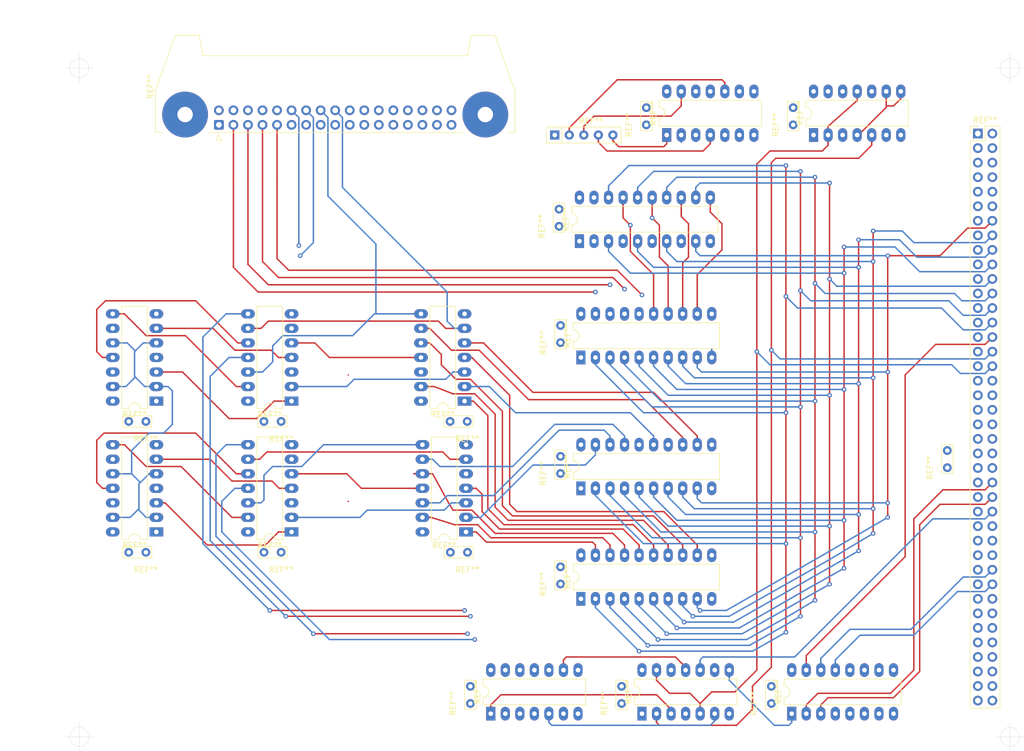
<source format=kicad_pcb>
(kicad_pcb (version 20171130) (host pcbnew "(5.1.10)-1")
  (title_block (title "Parallel Port") (date 2021-07-21) (rev 1))
  (layers (0 F.Cu signal) (1 In1.Cu signal) (2 In2.Cu signal) (3 In3.Cu signal) (4 In4.Cu signal) (31 B.Cu signal) (35 F.Paste user) (37 F.SilkS user hide) (38 B.Mask user) (39 F.Mask user) (44 Edge.Cuts user))
  (net 0 "")
  (module Capacitor_THT:C_4x3mm (layer F.Cu) (at 184.658 102.822 270)
    (fp_text reference REF** (at 0 0.5 90) (layer F.SilkS))
    (fp_text value C_4x3mm)
    (pad 2 thru_hole circle (at 0 -2.54 270) (size 1.524 1.524) (drill 0.762) (layers *.Cu *.Mask))
    (pad 1 thru_hole circle (at -3 -2.54 270) (size 1.524 1.524) (drill 0.762) (layers *.Cu *.Mask))
  )
  (module Resistor_THT:R_Array_SIP5 (layer F.Cu) (at 118.618 44.704)
    (fp_text reference REF** (at 6.35 -2.4) (layer F.SilkS))
    (fp_text value R_Array_SIP5)
    (pad 5 thru_hole oval (at 10.16 0) (size 1.6 1.6) (drill 0.8) (layers *.Cu *.Mask))
    (pad 4 thru_hole oval (at 7.62 0) (size 1.6 1.6) (drill 0.8) (layers *.Cu *.Mask))
    (pad 3 thru_hole oval (at 5.08 0) (size 1.6 1.6) (drill 0.8) (layers *.Cu *.Mask))
    (pad 2 thru_hole oval (at 2.54 0) (size 1.6 1.6) (drill 0.8) (layers *.Cu *.Mask))
    (pad 1 thru_hole rect (at 0 0) (size 1.6 1.6) (drill 0.8) (layers *.Cu *.Mask))
  )
  (module Capacitor_THT:C_4x3mm (layer F.Cu) (at 132.08 42.926 270)
    (fp_text reference REF** (at 0 0.5 90) (layer F.SilkS))
    (fp_text value C_4x3mm)
    (pad 2 thru_hole circle (at 0 -2.54 270) (size 1.524 1.524) (drill 0.762) (layers *.Cu *.Mask))
    (pad 1 thru_hole circle (at -3 -2.54 270) (size 1.524 1.524) (drill 0.762) (layers *.Cu *.Mask))
  )
  (module Capacitor_THT:C_4x3mm (layer F.Cu) (at 157.734 42.926 270)
    (fp_text reference REF** (at 0 0.5 90) (layer F.SilkS))
    (fp_text value C_4x3mm)
    (pad 1 thru_hole circle (at -3 -2.54 270) (size 1.524 1.524) (drill 0.762) (layers *.Cu *.Mask))
    (pad 2 thru_hole circle (at 0 -2.54 270) (size 1.524 1.524) (drill 0.762) (layers *.Cu *.Mask))
  )
  (module Capacitor_THT:C_4x3mm (layer F.Cu) (at 101.346 144.018 270)
    (fp_text reference REF** (at 0 0.5 90) (layer F.SilkS))
    (fp_text value C_4x3mm)
    (pad 2 thru_hole circle (at 0 -2.54 270) (size 1.524 1.524) (drill 0.762) (layers *.Cu *.Mask))
    (pad 1 thru_hole circle (at -3 -2.54 270) (size 1.524 1.524) (drill 0.762) (layers *.Cu *.Mask))
  )
  (module Capacitor_THT:C_4x3mm (layer F.Cu) (at 127.762 144.018 270)
    (fp_text reference REF** (at 0 0.5 90) (layer F.SilkS))
    (fp_text value C_4x3mm)
    (pad 1 thru_hole circle (at -3 -2.54 270) (size 1.524 1.524) (drill 0.762) (layers *.Cu *.Mask))
    (pad 2 thru_hole circle (at 0 -2.54 270) (size 1.524 1.524) (drill 0.762) (layers *.Cu *.Mask))
  )
  (module Capacitor_THT:C_4x3mm (layer F.Cu) (at 153.924 144.018 270)
    (fp_text reference REF** (at 0 0.5 90) (layer F.SilkS))
    (fp_text value C_4x3mm)
    (pad 2 thru_hole circle (at 0 -2.54 270) (size 1.524 1.524) (drill 0.762) (layers *.Cu *.Mask))
    (pad 1 thru_hole circle (at -3 -2.54 270) (size 1.524 1.524) (drill 0.762) (layers *.Cu *.Mask))
  )
  (module Package_DIP:DIP-14_W7.62mm_LongPads (layer F.Cu) (at 138.176 44.704 90)
    (fp_text reference REF** (at 3.81 -2.33 90) (layer F.SilkS))
    (fp_text value DIP-14_W7.62mm_LongPads)
    (pad 14 thru_hole oval (at 7.62 0 90) (size 2.4 1.6) (drill 0.8) (layers *.Cu *.Mask))
    (pad 7 thru_hole oval (at 0 15.24 90) (size 2.4 1.6) (drill 0.8) (layers *.Cu *.Mask))
    (pad 13 thru_hole oval (at 7.62 2.54 90) (size 2.4 1.6) (drill 0.8) (layers *.Cu *.Mask))
    (pad 6 thru_hole oval (at 0 12.7 90) (size 2.4 1.6) (drill 0.8) (layers *.Cu *.Mask))
    (pad 12 thru_hole oval (at 7.62 5.08 90) (size 2.4 1.6) (drill 0.8) (layers *.Cu *.Mask))
    (pad 5 thru_hole oval (at 0 10.16 90) (size 2.4 1.6) (drill 0.8) (layers *.Cu *.Mask))
    (pad 11 thru_hole oval (at 7.62 7.62 90) (size 2.4 1.6) (drill 0.8) (layers *.Cu *.Mask))
    (pad 4 thru_hole oval (at 0 7.62 90) (size 2.4 1.6) (drill 0.8) (layers *.Cu *.Mask))
    (pad 10 thru_hole oval (at 7.62 10.16 90) (size 2.4 1.6) (drill 0.8) (layers *.Cu *.Mask))
    (pad 3 thru_hole oval (at 0 5.08 90) (size 2.4 1.6) (drill 0.8) (layers *.Cu *.Mask))
    (pad 9 thru_hole oval (at 7.62 12.7 90) (size 2.4 1.6) (drill 0.8) (layers *.Cu *.Mask))
    (pad 2 thru_hole oval (at 0 2.54 90) (size 2.4 1.6) (drill 0.8) (layers *.Cu *.Mask))
    (pad 8 thru_hole oval (at 7.62 15.24 90) (size 2.4 1.6) (drill 0.8) (layers *.Cu *.Mask))
    (pad 1 thru_hole rect (at 0 0 90) (size 2.4 1.6) (drill 0.8) (layers *.Cu *.Mask))
  )
  (module Package_DIP:DIP-14_W7.62mm_LongPads (layer F.Cu) (at 163.83 44.704 90)
    (fp_text reference REF** (at 3.81 -2.33 90) (layer F.SilkS))
    (fp_text value DIP-14_W7.62mm_LongPads)
    (pad 1 thru_hole rect (at 0 0 90) (size 2.4 1.6) (drill 0.8) (layers *.Cu *.Mask))
    (pad 8 thru_hole oval (at 7.62 15.24 90) (size 2.4 1.6) (drill 0.8) (layers *.Cu *.Mask))
    (pad 2 thru_hole oval (at 0 2.54 90) (size 2.4 1.6) (drill 0.8) (layers *.Cu *.Mask))
    (pad 9 thru_hole oval (at 7.62 12.7 90) (size 2.4 1.6) (drill 0.8) (layers *.Cu *.Mask))
    (pad 3 thru_hole oval (at 0 5.08 90) (size 2.4 1.6) (drill 0.8) (layers *.Cu *.Mask))
    (pad 10 thru_hole oval (at 7.62 10.16 90) (size 2.4 1.6) (drill 0.8) (layers *.Cu *.Mask))
    (pad 4 thru_hole oval (at 0 7.62 90) (size 2.4 1.6) (drill 0.8) (layers *.Cu *.Mask))
    (pad 11 thru_hole oval (at 7.62 7.62 90) (size 2.4 1.6) (drill 0.8) (layers *.Cu *.Mask))
    (pad 5 thru_hole oval (at 0 10.16 90) (size 2.4 1.6) (drill 0.8) (layers *.Cu *.Mask))
    (pad 12 thru_hole oval (at 7.62 5.08 90) (size 2.4 1.6) (drill 0.8) (layers *.Cu *.Mask))
    (pad 6 thru_hole oval (at 0 12.7 90) (size 2.4 1.6) (drill 0.8) (layers *.Cu *.Mask))
    (pad 13 thru_hole oval (at 7.62 2.54 90) (size 2.4 1.6) (drill 0.8) (layers *.Cu *.Mask))
    (pad 7 thru_hole oval (at 0 15.24 90) (size 2.4 1.6) (drill 0.8) (layers *.Cu *.Mask))
    (pad 14 thru_hole oval (at 7.62 0 90) (size 2.4 1.6) (drill 0.8) (layers *.Cu *.Mask))
  )
  (module Package_DIP:DIP-16_W7.62mm_LongPads (layer F.Cu) (at 160.02 145.796 90)
    (fp_text reference REF** (at 3.81 -2.33 90) (layer F.SilkS))
    (fp_text value DIP-16_W7.62mm_LongPads)
    (pad 16 thru_hole oval (at 7.62 0 90) (size 2.4 1.6) (drill 0.8) (layers *.Cu *.Mask))
    (pad 8 thru_hole oval (at 0 17.78 90) (size 2.4 1.6) (drill 0.8) (layers *.Cu *.Mask))
    (pad 15 thru_hole oval (at 7.62 2.54 90) (size 2.4 1.6) (drill 0.8) (layers *.Cu *.Mask))
    (pad 7 thru_hole oval (at 0 15.24 90) (size 2.4 1.6) (drill 0.8) (layers *.Cu *.Mask))
    (pad 14 thru_hole oval (at 7.62 5.08 90) (size 2.4 1.6) (drill 0.8) (layers *.Cu *.Mask))
    (pad 6 thru_hole oval (at 0 12.7 90) (size 2.4 1.6) (drill 0.8) (layers *.Cu *.Mask))
    (pad 13 thru_hole oval (at 7.62 7.62 90) (size 2.4 1.6) (drill 0.8) (layers *.Cu *.Mask))
    (pad 5 thru_hole oval (at 0 10.16 90) (size 2.4 1.6) (drill 0.8) (layers *.Cu *.Mask))
    (pad 12 thru_hole oval (at 7.62 10.16 90) (size 2.4 1.6) (drill 0.8) (layers *.Cu *.Mask))
    (pad 4 thru_hole oval (at 0 7.62 90) (size 2.4 1.6) (drill 0.8) (layers *.Cu *.Mask))
    (pad 11 thru_hole oval (at 7.62 12.7 90) (size 2.4 1.6) (drill 0.8) (layers *.Cu *.Mask))
    (pad 3 thru_hole oval (at 0 5.08 90) (size 2.4 1.6) (drill 0.8) (layers *.Cu *.Mask))
    (pad 10 thru_hole oval (at 7.62 15.24 90) (size 2.4 1.6) (drill 0.8) (layers *.Cu *.Mask))
    (pad 2 thru_hole oval (at 0 2.54 90) (size 2.4 1.6) (drill 0.8) (layers *.Cu *.Mask))
    (pad 9 thru_hole oval (at 7.62 17.78 90) (size 2.4 1.6) (drill 0.8) (layers *.Cu *.Mask))
    (pad 1 thru_hole rect (at 0 0 90) (size 2.4 1.6) (drill 0.8) (layers *.Cu *.Mask))
  )
  (module Capacitor_THT:C_4x3mm (layer F.Cu) (at 47.196 120.142)
    (fp_text reference REF** (at 0 0.5) (layer F.SilkS))
    (fp_text value C_4x3mm)
    (pad 2 thru_hole circle (at 0 -2.54) (size 1.524 1.524) (drill 0.762) (layers *.Cu *.Mask))
    (pad 1 thru_hole circle (at -3 -2.54) (size 1.524 1.524) (drill 0.762) (layers *.Cu *.Mask))
  )
  (module Capacitor_THT:C_4x3mm (layer F.Cu) (at 47.196 97.282)
    (fp_text reference REF** (at 0 0.5) (layer F.SilkS))
    (fp_text value C_4x3mm)
    (pad 1 thru_hole circle (at -3 -2.54) (size 1.524 1.524) (drill 0.762) (layers *.Cu *.Mask))
    (pad 2 thru_hole circle (at 0 -2.54) (size 1.524 1.524) (drill 0.762) (layers *.Cu *.Mask))
  )
  (module Package_DIP:DIP-14_W7.62mm_LongPads (layer F.Cu) (at 49.022 91.186 180)
    (fp_text reference REF** (at 3.81 -2.33) (layer F.SilkS))
    (fp_text value DIP-14_W7.62mm_LongPads)
    (pad 1 thru_hole rect (at 0 0 180) (size 2.4 1.6) (drill 0.8) (layers *.Cu *.Mask))
    (pad 8 thru_hole oval (at 7.62 15.24 180) (size 2.4 1.6) (drill 0.8) (layers *.Cu *.Mask))
    (pad 2 thru_hole oval (at 0 2.54 180) (size 2.4 1.6) (drill 0.8) (layers *.Cu *.Mask))
    (pad 9 thru_hole oval (at 7.62 12.7 180) (size 2.4 1.6) (drill 0.8) (layers *.Cu *.Mask))
    (pad 3 thru_hole oval (at 0 5.08 180) (size 2.4 1.6) (drill 0.8) (layers *.Cu *.Mask))
    (pad 10 thru_hole oval (at 7.62 10.16 180) (size 2.4 1.6) (drill 0.8) (layers *.Cu *.Mask))
    (pad 4 thru_hole oval (at 0 7.62 180) (size 2.4 1.6) (drill 0.8) (layers *.Cu *.Mask))
    (pad 11 thru_hole oval (at 7.62 7.62 180) (size 2.4 1.6) (drill 0.8) (layers *.Cu *.Mask))
    (pad 5 thru_hole oval (at 0 10.16 180) (size 2.4 1.6) (drill 0.8) (layers *.Cu *.Mask))
    (pad 12 thru_hole oval (at 7.62 5.08 180) (size 2.4 1.6) (drill 0.8) (layers *.Cu *.Mask))
    (pad 6 thru_hole oval (at 0 12.7 180) (size 2.4 1.6) (drill 0.8) (layers *.Cu *.Mask))
    (pad 13 thru_hole oval (at 7.62 2.54 180) (size 2.4 1.6) (drill 0.8) (layers *.Cu *.Mask))
    (pad 7 thru_hole oval (at 0 15.24 180) (size 2.4 1.6) (drill 0.8) (layers *.Cu *.Mask))
    (pad 14 thru_hole oval (at 7.62 0 180) (size 2.4 1.6) (drill 0.8) (layers *.Cu *.Mask))
  )
  (module Package_DIP:DIP-14_W7.62mm_LongPads (layer F.Cu) (at 49.022 114.046 180)
    (fp_text reference REF** (at 3.81 -2.33) (layer F.SilkS))
    (fp_text value DIP-14_W7.62mm_LongPads)
    (pad 14 thru_hole oval (at 7.62 0 180) (size 2.4 1.6) (drill 0.8) (layers *.Cu *.Mask))
    (pad 7 thru_hole oval (at 0 15.24 180) (size 2.4 1.6) (drill 0.8) (layers *.Cu *.Mask))
    (pad 13 thru_hole oval (at 7.62 2.54 180) (size 2.4 1.6) (drill 0.8) (layers *.Cu *.Mask))
    (pad 6 thru_hole oval (at 0 12.7 180) (size 2.4 1.6) (drill 0.8) (layers *.Cu *.Mask))
    (pad 12 thru_hole oval (at 7.62 5.08 180) (size 2.4 1.6) (drill 0.8) (layers *.Cu *.Mask))
    (pad 5 thru_hole oval (at 0 10.16 180) (size 2.4 1.6) (drill 0.8) (layers *.Cu *.Mask))
    (pad 11 thru_hole oval (at 7.62 7.62 180) (size 2.4 1.6) (drill 0.8) (layers *.Cu *.Mask))
    (pad 4 thru_hole oval (at 0 7.62 180) (size 2.4 1.6) (drill 0.8) (layers *.Cu *.Mask))
    (pad 10 thru_hole oval (at 7.62 10.16 180) (size 2.4 1.6) (drill 0.8) (layers *.Cu *.Mask))
    (pad 3 thru_hole oval (at 0 5.08 180) (size 2.4 1.6) (drill 0.8) (layers *.Cu *.Mask))
    (pad 9 thru_hole oval (at 7.62 12.7 180) (size 2.4 1.6) (drill 0.8) (layers *.Cu *.Mask))
    (pad 2 thru_hole oval (at 0 2.54 180) (size 2.4 1.6) (drill 0.8) (layers *.Cu *.Mask))
    (pad 8 thru_hole oval (at 7.62 15.24 180) (size 2.4 1.6) (drill 0.8) (layers *.Cu *.Mask))
    (pad 1 thru_hole rect (at 0 0 180) (size 2.4 1.6) (drill 0.8) (layers *.Cu *.Mask))
  )
  (module Package_DIP:DIP-14_W7.62mm_LongPads (layer F.Cu) (at 133.858 145.796 90)
    (fp_text reference REF** (at 3.81 -2.33 90) (layer F.SilkS))
    (fp_text value DIP-14_W7.62mm_LongPads)
    (pad 1 thru_hole rect (at 0 0 90) (size 2.4 1.6) (drill 0.8) (layers *.Cu *.Mask))
    (pad 8 thru_hole oval (at 7.62 15.24 90) (size 2.4 1.6) (drill 0.8) (layers *.Cu *.Mask))
    (pad 2 thru_hole oval (at 0 2.54 90) (size 2.4 1.6) (drill 0.8) (layers *.Cu *.Mask))
    (pad 9 thru_hole oval (at 7.62 12.7 90) (size 2.4 1.6) (drill 0.8) (layers *.Cu *.Mask))
    (pad 3 thru_hole oval (at 0 5.08 90) (size 2.4 1.6) (drill 0.8) (layers *.Cu *.Mask))
    (pad 10 thru_hole oval (at 7.62 10.16 90) (size 2.4 1.6) (drill 0.8) (layers *.Cu *.Mask))
    (pad 4 thru_hole oval (at 0 7.62 90) (size 2.4 1.6) (drill 0.8) (layers *.Cu *.Mask))
    (pad 11 thru_hole oval (at 7.62 7.62 90) (size 2.4 1.6) (drill 0.8) (layers *.Cu *.Mask))
    (pad 5 thru_hole oval (at 0 10.16 90) (size 2.4 1.6) (drill 0.8) (layers *.Cu *.Mask))
    (pad 12 thru_hole oval (at 7.62 5.08 90) (size 2.4 1.6) (drill 0.8) (layers *.Cu *.Mask))
    (pad 6 thru_hole oval (at 0 12.7 90) (size 2.4 1.6) (drill 0.8) (layers *.Cu *.Mask))
    (pad 13 thru_hole oval (at 7.62 2.54 90) (size 2.4 1.6) (drill 0.8) (layers *.Cu *.Mask))
    (pad 7 thru_hole oval (at 0 15.24 90) (size 2.4 1.6) (drill 0.8) (layers *.Cu *.Mask))
    (pad 14 thru_hole oval (at 7.62 0 90) (size 2.4 1.6) (drill 0.8) (layers *.Cu *.Mask))
  )
  (module Package_DIP:DIP-14_W7.62mm_LongPads (layer F.Cu) (at 107.442 145.796 90)
    (fp_text reference REF** (at 3.81 -2.33 90) (layer F.SilkS))
    (fp_text value DIP-14_W7.62mm_LongPads)
    (pad 14 thru_hole oval (at 7.62 0 90) (size 2.4 1.6) (drill 0.8) (layers *.Cu *.Mask))
    (pad 7 thru_hole oval (at 0 15.24 90) (size 2.4 1.6) (drill 0.8) (layers *.Cu *.Mask))
    (pad 13 thru_hole oval (at 7.62 2.54 90) (size 2.4 1.6) (drill 0.8) (layers *.Cu *.Mask))
    (pad 6 thru_hole oval (at 0 12.7 90) (size 2.4 1.6) (drill 0.8) (layers *.Cu *.Mask))
    (pad 12 thru_hole oval (at 7.62 5.08 90) (size 2.4 1.6) (drill 0.8) (layers *.Cu *.Mask))
    (pad 5 thru_hole oval (at 0 10.16 90) (size 2.4 1.6) (drill 0.8) (layers *.Cu *.Mask))
    (pad 11 thru_hole oval (at 7.62 7.62 90) (size 2.4 1.6) (drill 0.8) (layers *.Cu *.Mask))
    (pad 4 thru_hole oval (at 0 7.62 90) (size 2.4 1.6) (drill 0.8) (layers *.Cu *.Mask))
    (pad 10 thru_hole oval (at 7.62 10.16 90) (size 2.4 1.6) (drill 0.8) (layers *.Cu *.Mask))
    (pad 3 thru_hole oval (at 0 5.08 90) (size 2.4 1.6) (drill 0.8) (layers *.Cu *.Mask))
    (pad 9 thru_hole oval (at 7.62 12.7 90) (size 2.4 1.6) (drill 0.8) (layers *.Cu *.Mask))
    (pad 2 thru_hole oval (at 0 2.54 90) (size 2.4 1.6) (drill 0.8) (layers *.Cu *.Mask))
    (pad 8 thru_hole oval (at 7.62 15.24 90) (size 2.4 1.6) (drill 0.8) (layers *.Cu *.Mask))
    (pad 1 thru_hole rect (at 0 0 90) (size 2.4 1.6) (drill 0.8) (layers *.Cu *.Mask))
  )
  (module Capacitor_THT:C_4x3mm (layer F.Cu) (at 116.84 60.658 270)
    (fp_text reference REF** (at 0 0.5 90) (layer F.SilkS))
    (fp_text value C_4x3mm)
    (pad 1 thru_hole circle (at -3 -2.54 270) (size 1.524 1.524) (drill 0.762) (layers *.Cu *.Mask))
    (pad 2 thru_hole circle (at 0 -2.54 270) (size 1.524 1.524) (drill 0.762) (layers *.Cu *.Mask))
  )
  (module Capacitor_THT:C_4x3mm (layer F.Cu) (at 117.094 80.978 270)
    (fp_text reference REF** (at 0 0.5 90) (layer F.SilkS))
    (fp_text value C_4x3mm)
    (pad 2 thru_hole circle (at 0 -2.54 270) (size 1.524 1.524) (drill 0.762) (layers *.Cu *.Mask))
    (pad 1 thru_hole circle (at -3 -2.54 270) (size 1.524 1.524) (drill 0.762) (layers *.Cu *.Mask))
  )
  (module Capacitor_THT:C_4x3mm (layer F.Cu) (at 117.094 103.838 270)
    (fp_text reference REF** (at 0 0.5 90) (layer F.SilkS))
    (fp_text value C_4x3mm)
    (pad 1 thru_hole circle (at -3 -2.54 270) (size 1.524 1.524) (drill 0.762) (layers *.Cu *.Mask))
    (pad 2 thru_hole circle (at 0 -2.54 270) (size 1.524 1.524) (drill 0.762) (layers *.Cu *.Mask))
  )
  (module Connector_IDC:IDC-Header_2x17-1MP_P2.54mm_Latch_Horizontal (layer F.Cu) (at 59.944 42.926 90)
    (fp_text reference REF** (at 6.665 -11.97 90) (layer F.SilkS))
    (fp_text value IDC-Header_2x17-1MP_P2.54mm_Latch_Horizontal)
    (pad MP thru_hole circle (at 1.8 46.545 90) (size 8 8) (drill 2.69) (layers *.Cu *.Mask))
    (pad MP thru_hole circle (at 1.8 -5.905 90) (size 8 8) (drill 2.69) (layers *.Cu *.Mask))
    (pad 34 thru_hole circle (at 2.54 40.64 90) (size 1.7 1.7) (drill 1) (layers *.Cu *.Mask))
    (pad 32 thru_hole circle (at 2.54 38.1 90) (size 1.7 1.7) (drill 1) (layers *.Cu *.Mask))
    (pad 30 thru_hole circle (at 2.54 35.56 90) (size 1.7 1.7) (drill 1) (layers *.Cu *.Mask))
    (pad 28 thru_hole circle (at 2.54 33.02 90) (size 1.7 1.7) (drill 1) (layers *.Cu *.Mask))
    (pad 26 thru_hole circle (at 2.54 30.48 90) (size 1.7 1.7) (drill 1) (layers *.Cu *.Mask))
    (pad 24 thru_hole circle (at 2.54 27.94 90) (size 1.7 1.7) (drill 1) (layers *.Cu *.Mask))
    (pad 22 thru_hole circle (at 2.54 25.4 90) (size 1.7 1.7) (drill 1) (layers *.Cu *.Mask))
    (pad 20 thru_hole circle (at 2.54 22.86 90) (size 1.7 1.7) (drill 1) (layers *.Cu *.Mask))
    (pad 18 thru_hole circle (at 2.54 20.32 90) (size 1.7 1.7) (drill 1) (layers *.Cu *.Mask))
    (pad 16 thru_hole circle (at 2.54 17.78 90) (size 1.7 1.7) (drill 1) (layers *.Cu *.Mask))
    (pad 14 thru_hole circle (at 2.54 15.24 90) (size 1.7 1.7) (drill 1) (layers *.Cu *.Mask))
    (pad 12 thru_hole circle (at 2.54 12.7 90) (size 1.7 1.7) (drill 1) (layers *.Cu *.Mask))
    (pad 10 thru_hole circle (at 2.54 10.16 90) (size 1.7 1.7) (drill 1) (layers *.Cu *.Mask))
    (pad 8 thru_hole circle (at 2.54 7.62 90) (size 1.7 1.7) (drill 1) (layers *.Cu *.Mask))
    (pad 6 thru_hole circle (at 2.54 5.08 90) (size 1.7 1.7) (drill 1) (layers *.Cu *.Mask))
    (pad 4 thru_hole circle (at 2.54 2.54 90) (size 1.7 1.7) (drill 1) (layers *.Cu *.Mask))
    (pad 2 thru_hole circle (at 2.54 0 90) (size 1.7 1.7) (drill 1) (layers *.Cu *.Mask))
    (pad 33 thru_hole circle (at 0 40.64 90) (size 1.7 1.7) (drill 1) (layers *.Cu *.Mask))
    (pad 31 thru_hole circle (at 0 38.1 90) (size 1.7 1.7) (drill 1) (layers *.Cu *.Mask))
    (pad 29 thru_hole circle (at 0 35.56 90) (size 1.7 1.7) (drill 1) (layers *.Cu *.Mask))
    (pad 27 thru_hole circle (at 0 33.02 90) (size 1.7 1.7) (drill 1) (layers *.Cu *.Mask))
    (pad 25 thru_hole circle (at 0 30.48 90) (size 1.7 1.7) (drill 1) (layers *.Cu *.Mask))
    (pad 23 thru_hole circle (at 0 27.94 90) (size 1.7 1.7) (drill 1) (layers *.Cu *.Mask))
    (pad 21 thru_hole circle (at 0 25.4 90) (size 1.7 1.7) (drill 1) (layers *.Cu *.Mask))
    (pad 19 thru_hole circle (at 0 22.86 90) (size 1.7 1.7) (drill 1) (layers *.Cu *.Mask))
    (pad 17 thru_hole circle (at 0 20.32 90) (size 1.7 1.7) (drill 1) (layers *.Cu *.Mask))
    (pad 15 thru_hole circle (at 0 17.78 90) (size 1.7 1.7) (drill 1) (layers *.Cu *.Mask))
    (pad 13 thru_hole circle (at 0 15.24 90) (size 1.7 1.7) (drill 1) (layers *.Cu *.Mask))
    (pad 11 thru_hole circle (at 0 12.7 90) (size 1.7 1.7) (drill 1) (layers *.Cu *.Mask))
    (pad 9 thru_hole circle (at 0 10.16 90) (size 1.7 1.7) (drill 1) (layers *.Cu *.Mask))
    (pad 7 thru_hole circle (at 0 7.62 90) (size 1.7 1.7) (drill 1) (layers *.Cu *.Mask))
    (pad 5 thru_hole circle (at 0 5.08 90) (size 1.7 1.7) (drill 1) (layers *.Cu *.Mask))
    (pad 3 thru_hole circle (at 0 2.54 90) (size 1.7 1.7) (drill 1) (layers *.Cu *.Mask))
    (pad 1 thru_hole roundrect (at 0 0 90) (size 1.7 1.7) (drill 1) (layers *.Cu *.Mask) (roundrect_rratio 0.147059))
  )
  (module Package_DIP:DIP-14_W7.62mm_LongPads (layer F.Cu) (at 72.644 114.046 180)
    (fp_text reference REF** (at 3.81 -2.33) (layer F.SilkS))
    (fp_text value DIP-14_W7.62mm_LongPads)
    (pad 14 thru_hole oval (at 7.62 0 180) (size 2.4 1.6) (drill 0.8) (layers *.Cu *.Mask))
    (pad 7 thru_hole oval (at 0 15.24 180) (size 2.4 1.6) (drill 0.8) (layers *.Cu *.Mask))
    (pad 13 thru_hole oval (at 7.62 2.54 180) (size 2.4 1.6) (drill 0.8) (layers *.Cu *.Mask))
    (pad 6 thru_hole oval (at 0 12.7 180) (size 2.4 1.6) (drill 0.8) (layers *.Cu *.Mask))
    (pad 12 thru_hole oval (at 7.62 5.08 180) (size 2.4 1.6) (drill 0.8) (layers *.Cu *.Mask))
    (pad 5 thru_hole oval (at 0 10.16 180) (size 2.4 1.6) (drill 0.8) (layers *.Cu *.Mask))
    (pad 11 thru_hole oval (at 7.62 7.62 180) (size 2.4 1.6) (drill 0.8) (layers *.Cu *.Mask))
    (pad 4 thru_hole oval (at 0 7.62 180) (size 2.4 1.6) (drill 0.8) (layers *.Cu *.Mask))
    (pad 10 thru_hole oval (at 7.62 10.16 180) (size 2.4 1.6) (drill 0.8) (layers *.Cu *.Mask))
    (pad 3 thru_hole oval (at 0 5.08 180) (size 2.4 1.6) (drill 0.8) (layers *.Cu *.Mask))
    (pad 9 thru_hole oval (at 7.62 12.7 180) (size 2.4 1.6) (drill 0.8) (layers *.Cu *.Mask))
    (pad 2 thru_hole oval (at 0 2.54 180) (size 2.4 1.6) (drill 0.8) (layers *.Cu *.Mask))
    (pad 8 thru_hole oval (at 7.62 15.24 180) (size 2.4 1.6) (drill 0.8) (layers *.Cu *.Mask))
    (pad 1 thru_hole rect (at 0 0 180) (size 2.4 1.6) (drill 0.8) (layers *.Cu *.Mask))
  )
  (module Package_DIP:DIP-14_W7.62mm_LongPads (layer F.Cu) (at 102.87 91.186 180)
    (fp_text reference REF** (at 3.81 -2.33) (layer F.SilkS))
    (fp_text value DIP-14_W7.62mm_LongPads)
    (pad 14 thru_hole oval (at 7.62 0 180) (size 2.4 1.6) (drill 0.8) (layers *.Cu *.Mask))
    (pad 7 thru_hole oval (at 0 15.24 180) (size 2.4 1.6) (drill 0.8) (layers *.Cu *.Mask))
    (pad 13 thru_hole oval (at 7.62 2.54 180) (size 2.4 1.6) (drill 0.8) (layers *.Cu *.Mask))
    (pad 6 thru_hole oval (at 0 12.7 180) (size 2.4 1.6) (drill 0.8) (layers *.Cu *.Mask))
    (pad 12 thru_hole oval (at 7.62 5.08 180) (size 2.4 1.6) (drill 0.8) (layers *.Cu *.Mask))
    (pad 5 thru_hole oval (at 0 10.16 180) (size 2.4 1.6) (drill 0.8) (layers *.Cu *.Mask))
    (pad 11 thru_hole oval (at 7.62 7.62 180) (size 2.4 1.6) (drill 0.8) (layers *.Cu *.Mask))
    (pad 4 thru_hole oval (at 0 7.62 180) (size 2.4 1.6) (drill 0.8) (layers *.Cu *.Mask))
    (pad 10 thru_hole oval (at 7.62 10.16 180) (size 2.4 1.6) (drill 0.8) (layers *.Cu *.Mask))
    (pad 3 thru_hole oval (at 0 5.08 180) (size 2.4 1.6) (drill 0.8) (layers *.Cu *.Mask))
    (pad 9 thru_hole oval (at 7.62 12.7 180) (size 2.4 1.6) (drill 0.8) (layers *.Cu *.Mask))
    (pad 2 thru_hole oval (at 0 2.54 180) (size 2.4 1.6) (drill 0.8) (layers *.Cu *.Mask))
    (pad 8 thru_hole oval (at 7.62 15.24 180) (size 2.4 1.6) (drill 0.8) (layers *.Cu *.Mask))
    (pad 1 thru_hole rect (at 0 0 180) (size 2.4 1.6) (drill 0.8) (layers *.Cu *.Mask))
  )
  (module Package_DIP:DIP-14_W7.62mm_LongPads (layer F.Cu) (at 72.644 91.186 180)
    (fp_text reference REF** (at 3.81 -2.33) (layer F.SilkS))
    (fp_text value DIP-14_W7.62mm_LongPads)
    (pad 1 thru_hole rect (at 0 0 180) (size 2.4 1.6) (drill 0.8) (layers *.Cu *.Mask))
    (pad 8 thru_hole oval (at 7.62 15.24 180) (size 2.4 1.6) (drill 0.8) (layers *.Cu *.Mask))
    (pad 2 thru_hole oval (at 0 2.54 180) (size 2.4 1.6) (drill 0.8) (layers *.Cu *.Mask))
    (pad 9 thru_hole oval (at 7.62 12.7 180) (size 2.4 1.6) (drill 0.8) (layers *.Cu *.Mask))
    (pad 3 thru_hole oval (at 0 5.08 180) (size 2.4 1.6) (drill 0.8) (layers *.Cu *.Mask))
    (pad 10 thru_hole oval (at 7.62 10.16 180) (size 2.4 1.6) (drill 0.8) (layers *.Cu *.Mask))
    (pad 4 thru_hole oval (at 0 7.62 180) (size 2.4 1.6) (drill 0.8) (layers *.Cu *.Mask))
    (pad 11 thru_hole oval (at 7.62 7.62 180) (size 2.4 1.6) (drill 0.8) (layers *.Cu *.Mask))
    (pad 5 thru_hole oval (at 0 10.16 180) (size 2.4 1.6) (drill 0.8) (layers *.Cu *.Mask))
    (pad 12 thru_hole oval (at 7.62 5.08 180) (size 2.4 1.6) (drill 0.8) (layers *.Cu *.Mask))
    (pad 6 thru_hole oval (at 0 12.7 180) (size 2.4 1.6) (drill 0.8) (layers *.Cu *.Mask))
    (pad 13 thru_hole oval (at 7.62 2.54 180) (size 2.4 1.6) (drill 0.8) (layers *.Cu *.Mask))
    (pad 7 thru_hole oval (at 0 15.24 180) (size 2.4 1.6) (drill 0.8) (layers *.Cu *.Mask))
    (pad 14 thru_hole oval (at 7.62 0 180) (size 2.4 1.6) (drill 0.8) (layers *.Cu *.Mask))
  )
  (module Package_DIP:DIP-14_W7.62mm_LongPads (layer F.Cu) (at 103.124 114.046 180)
    (fp_text reference REF** (at 3.81 -2.33) (layer F.SilkS))
    (fp_text value DIP-14_W7.62mm_LongPads)
    (pad 14 thru_hole oval (at 7.62 0 180) (size 2.4 1.6) (drill 0.8) (layers *.Cu *.Mask))
    (pad 7 thru_hole oval (at 0 15.24 180) (size 2.4 1.6) (drill 0.8) (layers *.Cu *.Mask))
    (pad 13 thru_hole oval (at 7.62 2.54 180) (size 2.4 1.6) (drill 0.8) (layers *.Cu *.Mask))
    (pad 6 thru_hole oval (at 0 12.7 180) (size 2.4 1.6) (drill 0.8) (layers *.Cu *.Mask))
    (pad 12 thru_hole oval (at 7.62 5.08 180) (size 2.4 1.6) (drill 0.8) (layers *.Cu *.Mask))
    (pad 5 thru_hole oval (at 0 10.16 180) (size 2.4 1.6) (drill 0.8) (layers *.Cu *.Mask))
    (pad 11 thru_hole oval (at 7.62 7.62 180) (size 2.4 1.6) (drill 0.8) (layers *.Cu *.Mask))
    (pad 4 thru_hole oval (at 0 7.62 180) (size 2.4 1.6) (drill 0.8) (layers *.Cu *.Mask))
    (pad 10 thru_hole oval (at 7.62 10.16 180) (size 2.4 1.6) (drill 0.8) (layers *.Cu *.Mask))
    (pad 3 thru_hole oval (at 0 5.08 180) (size 2.4 1.6) (drill 0.8) (layers *.Cu *.Mask))
    (pad 9 thru_hole oval (at 7.62 12.7 180) (size 2.4 1.6) (drill 0.8) (layers *.Cu *.Mask))
    (pad 2 thru_hole oval (at 0 2.54 180) (size 2.4 1.6) (drill 0.8) (layers *.Cu *.Mask))
    (pad 8 thru_hole oval (at 7.62 15.24 180) (size 2.4 1.6) (drill 0.8) (layers *.Cu *.Mask))
    (pad 1 thru_hole rect (at 0 0 180) (size 2.4 1.6) (drill 0.8) (layers *.Cu *.Mask))
  )
  (module Package_DIP:DIP-20_W7.62mm_LongPads (layer F.Cu) (at 123.19 83.566 90)
    (fp_text reference REF** (at 3.81 -2.33 90) (layer F.SilkS))
    (fp_text value DIP-20_W7.62mm_LongPads)
    (pad 20 thru_hole oval (at 7.62 0 90) (size 2.4 1.6) (drill 0.8) (layers *.Cu *.Mask))
    (pad 10 thru_hole oval (at 0 22.86 90) (size 2.4 1.6) (drill 0.8) (layers *.Cu *.Mask))
    (pad 19 thru_hole oval (at 7.62 2.54 90) (size 2.4 1.6) (drill 0.8) (layers *.Cu *.Mask))
    (pad 9 thru_hole oval (at 0 20.32 90) (size 2.4 1.6) (drill 0.8) (layers *.Cu *.Mask))
    (pad 18 thru_hole oval (at 7.62 5.08 90) (size 2.4 1.6) (drill 0.8) (layers *.Cu *.Mask))
    (pad 8 thru_hole oval (at 0 17.78 90) (size 2.4 1.6) (drill 0.8) (layers *.Cu *.Mask))
    (pad 17 thru_hole oval (at 7.62 7.62 90) (size 2.4 1.6) (drill 0.8) (layers *.Cu *.Mask))
    (pad 7 thru_hole oval (at 0 15.24 90) (size 2.4 1.6) (drill 0.8) (layers *.Cu *.Mask))
    (pad 16 thru_hole oval (at 7.62 10.16 90) (size 2.4 1.6) (drill 0.8) (layers *.Cu *.Mask))
    (pad 6 thru_hole oval (at 0 12.7 90) (size 2.4 1.6) (drill 0.8) (layers *.Cu *.Mask))
    (pad 15 thru_hole oval (at 7.62 12.7 90) (size 2.4 1.6) (drill 0.8) (layers *.Cu *.Mask))
    (pad 5 thru_hole oval (at 0 10.16 90) (size 2.4 1.6) (drill 0.8) (layers *.Cu *.Mask))
    (pad 14 thru_hole oval (at 7.62 15.24 90) (size 2.4 1.6) (drill 0.8) (layers *.Cu *.Mask))
    (pad 4 thru_hole oval (at 0 7.62 90) (size 2.4 1.6) (drill 0.8) (layers *.Cu *.Mask))
    (pad 13 thru_hole oval (at 7.62 17.78 90) (size 2.4 1.6) (drill 0.8) (layers *.Cu *.Mask))
    (pad 3 thru_hole oval (at 0 5.08 90) (size 2.4 1.6) (drill 0.8) (layers *.Cu *.Mask))
    (pad 12 thru_hole oval (at 7.62 20.32 90) (size 2.4 1.6) (drill 0.8) (layers *.Cu *.Mask))
    (pad 2 thru_hole oval (at 0 2.54 90) (size 2.4 1.6) (drill 0.8) (layers *.Cu *.Mask))
    (pad 11 thru_hole oval (at 7.62 22.86 90) (size 2.4 1.6) (drill 0.8) (layers *.Cu *.Mask))
    (pad 1 thru_hole rect (at 0 0 90) (size 2.4 1.6) (drill 0.8) (layers *.Cu *.Mask))
  )
  (module Package_DIP:DIP-20_W7.62mm_LongPads (layer F.Cu) (at 123.19 106.426 90)
    (fp_text reference REF** (at 3.81 -2.33 90) (layer F.SilkS))
    (fp_text value DIP-20_W7.62mm_LongPads)
    (pad 1 thru_hole rect (at 0 0 90) (size 2.4 1.6) (drill 0.8) (layers *.Cu *.Mask))
    (pad 11 thru_hole oval (at 7.62 22.86 90) (size 2.4 1.6) (drill 0.8) (layers *.Cu *.Mask))
    (pad 2 thru_hole oval (at 0 2.54 90) (size 2.4 1.6) (drill 0.8) (layers *.Cu *.Mask))
    (pad 12 thru_hole oval (at 7.62 20.32 90) (size 2.4 1.6) (drill 0.8) (layers *.Cu *.Mask))
    (pad 3 thru_hole oval (at 0 5.08 90) (size 2.4 1.6) (drill 0.8) (layers *.Cu *.Mask))
    (pad 13 thru_hole oval (at 7.62 17.78 90) (size 2.4 1.6) (drill 0.8) (layers *.Cu *.Mask))
    (pad 4 thru_hole oval (at 0 7.62 90) (size 2.4 1.6) (drill 0.8) (layers *.Cu *.Mask))
    (pad 14 thru_hole oval (at 7.62 15.24 90) (size 2.4 1.6) (drill 0.8) (layers *.Cu *.Mask))
    (pad 5 thru_hole oval (at 0 10.16 90) (size 2.4 1.6) (drill 0.8) (layers *.Cu *.Mask))
    (pad 15 thru_hole oval (at 7.62 12.7 90) (size 2.4 1.6) (drill 0.8) (layers *.Cu *.Mask))
    (pad 6 thru_hole oval (at 0 12.7 90) (size 2.4 1.6) (drill 0.8) (layers *.Cu *.Mask))
    (pad 16 thru_hole oval (at 7.62 10.16 90) (size 2.4 1.6) (drill 0.8) (layers *.Cu *.Mask))
    (pad 7 thru_hole oval (at 0 15.24 90) (size 2.4 1.6) (drill 0.8) (layers *.Cu *.Mask))
    (pad 17 thru_hole oval (at 7.62 7.62 90) (size 2.4 1.6) (drill 0.8) (layers *.Cu *.Mask))
    (pad 8 thru_hole oval (at 0 17.78 90) (size 2.4 1.6) (drill 0.8) (layers *.Cu *.Mask))
    (pad 18 thru_hole oval (at 7.62 5.08 90) (size 2.4 1.6) (drill 0.8) (layers *.Cu *.Mask))
    (pad 9 thru_hole oval (at 0 20.32 90) (size 2.4 1.6) (drill 0.8) (layers *.Cu *.Mask))
    (pad 19 thru_hole oval (at 7.62 2.54 90) (size 2.4 1.6) (drill 0.8) (layers *.Cu *.Mask))
    (pad 10 thru_hole oval (at 0 22.86 90) (size 2.4 1.6) (drill 0.8) (layers *.Cu *.Mask))
    (pad 20 thru_hole oval (at 7.62 0 90) (size 2.4 1.6) (drill 0.8) (layers *.Cu *.Mask))
  )
  (module Connector_PinHeader_2.54mm:PinHeader_2x40_P2.54mm_Vertical (layer F.Cu) (at 192.532 44.45)
    (fp_text reference REF** (at 1.27 -2.33) (layer F.SilkS))
    (fp_text value "")
    (pad 80 thru_hole oval (at 2.54 99.06) (size 1.7 1.7) (drill 1) (layers *.Cu *.Mask))
    (pad 79 thru_hole oval (at 0 99.06) (size 1.7 1.7) (drill 1) (layers *.Cu *.Mask))
    (pad 78 thru_hole oval (at 2.54 96.52) (size 1.7 1.7) (drill 1) (layers *.Cu *.Mask))
    (pad 77 thru_hole oval (at 0 96.52) (size 1.7 1.7) (drill 1) (layers *.Cu *.Mask))
    (pad 76 thru_hole oval (at 2.54 93.98) (size 1.7 1.7) (drill 1) (layers *.Cu *.Mask))
    (pad 75 thru_hole oval (at 0 93.98) (size 1.7 1.7) (drill 1) (layers *.Cu *.Mask))
    (pad 74 thru_hole oval (at 2.54 91.44) (size 1.7 1.7) (drill 1) (layers *.Cu *.Mask))
    (pad 73 thru_hole oval (at 0 91.44) (size 1.7 1.7) (drill 1) (layers *.Cu *.Mask))
    (pad 72 thru_hole oval (at 2.54 88.9) (size 1.7 1.7) (drill 1) (layers *.Cu *.Mask))
    (pad 71 thru_hole oval (at 0 88.9) (size 1.7 1.7) (drill 1) (layers *.Cu *.Mask))
    (pad 70 thru_hole oval (at 2.54 86.36) (size 1.7 1.7) (drill 1) (layers *.Cu *.Mask))
    (pad 69 thru_hole oval (at 0 86.36) (size 1.7 1.7) (drill 1) (layers *.Cu *.Mask))
    (pad 68 thru_hole oval (at 2.54 83.82) (size 1.7 1.7) (drill 1) (layers *.Cu *.Mask))
    (pad 67 thru_hole oval (at 0 83.82) (size 1.7 1.7) (drill 1) (layers *.Cu *.Mask))
    (pad 66 thru_hole oval (at 2.54 81.28) (size 1.7 1.7) (drill 1) (layers *.Cu *.Mask))
    (pad 65 thru_hole oval (at 0 81.28) (size 1.7 1.7) (drill 1) (layers *.Cu *.Mask))
    (pad 64 thru_hole oval (at 2.54 78.74) (size 1.7 1.7) (drill 1) (layers *.Cu *.Mask))
    (pad 63 thru_hole oval (at 0 78.74) (size 1.7 1.7) (drill 1) (layers *.Cu *.Mask))
    (pad 62 thru_hole oval (at 2.54 76.2) (size 1.7 1.7) (drill 1) (layers *.Cu *.Mask))
    (pad 61 thru_hole oval (at 0 76.2) (size 1.7 1.7) (drill 1) (layers *.Cu *.Mask))
    (pad 60 thru_hole oval (at 2.54 73.66) (size 1.7 1.7) (drill 1) (layers *.Cu *.Mask))
    (pad 59 thru_hole oval (at 0 73.66) (size 1.7 1.7) (drill 1) (layers *.Cu *.Mask))
    (pad 58 thru_hole oval (at 2.54 71.12) (size 1.7 1.7) (drill 1) (layers *.Cu *.Mask))
    (pad 57 thru_hole oval (at 0 71.12) (size 1.7 1.7) (drill 1) (layers *.Cu *.Mask))
    (pad 56 thru_hole oval (at 2.54 68.58) (size 1.7 1.7) (drill 1) (layers *.Cu *.Mask))
    (pad 55 thru_hole oval (at 0 68.58) (size 1.7 1.7) (drill 1) (layers *.Cu *.Mask))
    (pad 54 thru_hole oval (at 2.54 66.04) (size 1.7 1.7) (drill 1) (layers *.Cu *.Mask))
    (pad 53 thru_hole oval (at 0 66.04) (size 1.7 1.7) (drill 1) (layers *.Cu *.Mask))
    (pad 52 thru_hole oval (at 2.54 63.5) (size 1.7 1.7) (drill 1) (layers *.Cu *.Mask))
    (pad 51 thru_hole oval (at 0 63.5) (size 1.7 1.7) (drill 1) (layers *.Cu *.Mask))
    (pad 50 thru_hole oval (at 2.54 60.96) (size 1.7 1.7) (drill 1) (layers *.Cu *.Mask))
    (pad 49 thru_hole oval (at 0 60.96) (size 1.7 1.7) (drill 1) (layers *.Cu *.Mask))
    (pad 48 thru_hole oval (at 2.54 58.42) (size 1.7 1.7) (drill 1) (layers *.Cu *.Mask))
    (pad 47 thru_hole oval (at 0 58.42) (size 1.7 1.7) (drill 1) (layers *.Cu *.Mask))
    (pad 46 thru_hole oval (at 2.54 55.88) (size 1.7 1.7) (drill 1) (layers *.Cu *.Mask))
    (pad 45 thru_hole oval (at 0 55.88) (size 1.7 1.7) (drill 1) (layers *.Cu *.Mask))
    (pad 44 thru_hole oval (at 2.54 53.34) (size 1.7 1.7) (drill 1) (layers *.Cu *.Mask))
    (pad 43 thru_hole oval (at 0 53.34) (size 1.7 1.7) (drill 1) (layers *.Cu *.Mask))
    (pad 42 thru_hole oval (at 2.54 50.8) (size 1.7 1.7) (drill 1) (layers *.Cu *.Mask))
    (pad 41 thru_hole oval (at 0 50.8) (size 1.7 1.7) (drill 1) (layers *.Cu *.Mask))
    (pad 40 thru_hole oval (at 2.54 48.26) (size 1.7 1.7) (drill 1) (layers *.Cu *.Mask))
    (pad 39 thru_hole oval (at 0 48.26) (size 1.7 1.7) (drill 1) (layers *.Cu *.Mask))
    (pad 38 thru_hole oval (at 2.54 45.72) (size 1.7 1.7) (drill 1) (layers *.Cu *.Mask))
    (pad 37 thru_hole oval (at 0 45.72) (size 1.7 1.7) (drill 1) (layers *.Cu *.Mask))
    (pad 36 thru_hole oval (at 2.54 43.18) (size 1.7 1.7) (drill 1) (layers *.Cu *.Mask))
    (pad 35 thru_hole oval (at 0 43.18) (size 1.7 1.7) (drill 1) (layers *.Cu *.Mask))
    (pad 34 thru_hole oval (at 2.54 40.64) (size 1.7 1.7) (drill 1) (layers *.Cu *.Mask))
    (pad 33 thru_hole oval (at 0 40.64) (size 1.7 1.7) (drill 1) (layers *.Cu *.Mask))
    (pad 32 thru_hole oval (at 2.54 38.1) (size 1.7 1.7) (drill 1) (layers *.Cu *.Mask))
    (pad 31 thru_hole oval (at 0 38.1) (size 1.7 1.7) (drill 1) (layers *.Cu *.Mask))
    (pad 30 thru_hole oval (at 2.54 35.56) (size 1.7 1.7) (drill 1) (layers *.Cu *.Mask))
    (pad 29 thru_hole oval (at 0 35.56) (size 1.7 1.7) (drill 1) (layers *.Cu *.Mask))
    (pad 28 thru_hole oval (at 2.54 33.02) (size 1.7 1.7) (drill 1) (layers *.Cu *.Mask))
    (pad 27 thru_hole oval (at 0 33.02) (size 1.7 1.7) (drill 1) (layers *.Cu *.Mask))
    (pad 26 thru_hole oval (at 2.54 30.48) (size 1.7 1.7) (drill 1) (layers *.Cu *.Mask))
    (pad 25 thru_hole oval (at 0 30.48) (size 1.7 1.7) (drill 1) (layers *.Cu *.Mask))
    (pad 24 thru_hole oval (at 2.54 27.94) (size 1.7 1.7) (drill 1) (layers *.Cu *.Mask))
    (pad 23 thru_hole oval (at 0 27.94) (size 1.7 1.7) (drill 1) (layers *.Cu *.Mask))
    (pad 22 thru_hole oval (at 2.54 25.4) (size 1.7 1.7) (drill 1) (layers *.Cu *.Mask))
    (pad 21 thru_hole oval (at 0 25.4) (size 1.7 1.7) (drill 1) (layers *.Cu *.Mask))
    (pad 20 thru_hole oval (at 2.54 22.86) (size 1.7 1.7) (drill 1) (layers *.Cu *.Mask))
    (pad 19 thru_hole oval (at 0 22.86) (size 1.7 1.7) (drill 1) (layers *.Cu *.Mask))
    (pad 18 thru_hole oval (at 2.54 20.32) (size 1.7 1.7) (drill 1) (layers *.Cu *.Mask))
    (pad 17 thru_hole oval (at 0 20.32) (size 1.7 1.7) (drill 1) (layers *.Cu *.Mask))
    (pad 16 thru_hole oval (at 2.54 17.78) (size 1.7 1.7) (drill 1) (layers *.Cu *.Mask))
    (pad 15 thru_hole oval (at 0 17.78) (size 1.7 1.7) (drill 1) (layers *.Cu *.Mask))
    (pad 14 thru_hole oval (at 2.54 15.24) (size 1.7 1.7) (drill 1) (layers *.Cu *.Mask))
    (pad 13 thru_hole oval (at 0 15.24) (size 1.7 1.7) (drill 1) (layers *.Cu *.Mask))
    (pad 12 thru_hole oval (at 2.54 12.7) (size 1.7 1.7) (drill 1) (layers *.Cu *.Mask))
    (pad 11 thru_hole oval (at 0 12.7) (size 1.7 1.7) (drill 1) (layers *.Cu *.Mask))
    (pad 10 thru_hole oval (at 2.54 10.16) (size 1.7 1.7) (drill 1) (layers *.Cu *.Mask))
    (pad 9 thru_hole oval (at 0 10.16) (size 1.7 1.7) (drill 1) (layers *.Cu *.Mask))
    (pad 8 thru_hole oval (at 2.54 7.62) (size 1.7 1.7) (drill 1) (layers *.Cu *.Mask))
    (pad 7 thru_hole oval (at 0 7.62) (size 1.7 1.7) (drill 1) (layers *.Cu *.Mask))
    (pad 6 thru_hole oval (at 2.54 5.08) (size 1.7 1.7) (drill 1) (layers *.Cu *.Mask))
    (pad 5 thru_hole oval (at 0 5.08) (size 1.7 1.7) (drill 1) (layers *.Cu *.Mask))
    (pad 4 thru_hole oval (at 2.54 2.54) (size 1.7 1.7) (drill 1) (layers *.Cu *.Mask))
    (pad 3 thru_hole oval (at 0 2.54) (size 1.7 1.7) (drill 1) (layers *.Cu *.Mask))
    (pad 2 thru_hole oval (at 2.54 0) (size 1.7 1.7) (drill 1) (layers *.Cu *.Mask))
    (pad 1 thru_hole rect (at 0 0) (size 1.7 1.7) (drill 1) (layers *.Cu *.Mask))
  )
  (module Package_DIP:DIP-20_W7.62mm_LongPads (layer F.Cu) (at 122.936 63.246 90)
    (fp_text reference REF** (at 3.81 -2.33 90) (layer F.SilkS))
    (fp_text value DIP-20_W7.62mm_LongPads)
    (pad 1 thru_hole rect (at 0 0 90) (size 2.4 1.6) (drill 0.8) (layers *.Cu *.Mask))
    (pad 11 thru_hole oval (at 7.62 22.86 90) (size 2.4 1.6) (drill 0.8) (layers *.Cu *.Mask))
    (pad 2 thru_hole oval (at 0 2.54 90) (size 2.4 1.6) (drill 0.8) (layers *.Cu *.Mask))
    (pad 12 thru_hole oval (at 7.62 20.32 90) (size 2.4 1.6) (drill 0.8) (layers *.Cu *.Mask))
    (pad 3 thru_hole oval (at 0 5.08 90) (size 2.4 1.6) (drill 0.8) (layers *.Cu *.Mask))
    (pad 13 thru_hole oval (at 7.62 17.78 90) (size 2.4 1.6) (drill 0.8) (layers *.Cu *.Mask))
    (pad 4 thru_hole oval (at 0 7.62 90) (size 2.4 1.6) (drill 0.8) (layers *.Cu *.Mask))
    (pad 14 thru_hole oval (at 7.62 15.24 90) (size 2.4 1.6) (drill 0.8) (layers *.Cu *.Mask))
    (pad 5 thru_hole oval (at 0 10.16 90) (size 2.4 1.6) (drill 0.8) (layers *.Cu *.Mask))
    (pad 15 thru_hole oval (at 7.62 12.7 90) (size 2.4 1.6) (drill 0.8) (layers *.Cu *.Mask))
    (pad 6 thru_hole oval (at 0 12.7 90) (size 2.4 1.6) (drill 0.8) (layers *.Cu *.Mask))
    (pad 16 thru_hole oval (at 7.62 10.16 90) (size 2.4 1.6) (drill 0.8) (layers *.Cu *.Mask))
    (pad 7 thru_hole oval (at 0 15.24 90) (size 2.4 1.6) (drill 0.8) (layers *.Cu *.Mask))
    (pad 17 thru_hole oval (at 7.62 7.62 90) (size 2.4 1.6) (drill 0.8) (layers *.Cu *.Mask))
    (pad 8 thru_hole oval (at 0 17.78 90) (size 2.4 1.6) (drill 0.8) (layers *.Cu *.Mask))
    (pad 18 thru_hole oval (at 7.62 5.08 90) (size 2.4 1.6) (drill 0.8) (layers *.Cu *.Mask))
    (pad 9 thru_hole oval (at 0 20.32 90) (size 2.4 1.6) (drill 0.8) (layers *.Cu *.Mask))
    (pad 19 thru_hole oval (at 7.62 2.54 90) (size 2.4 1.6) (drill 0.8) (layers *.Cu *.Mask))
    (pad 10 thru_hole oval (at 0 22.86 90) (size 2.4 1.6) (drill 0.8) (layers *.Cu *.Mask))
    (pad 20 thru_hole oval (at 7.62 0 90) (size 2.4 1.6) (drill 0.8) (layers *.Cu *.Mask))
  )
  (module Package_DIP:DIP-20_W7.62mm_LongPads (layer F.Cu) (at 123.19 125.73 90)
    (fp_text reference REF** (at 3.81 -2.33 90) (layer F.SilkS))
    (fp_text value DIP-20_W7.62mm_LongPads)
    (pad 20 thru_hole oval (at 7.62 0 90) (size 2.4 1.6) (drill 0.8) (layers *.Cu *.Mask))
    (pad 10 thru_hole oval (at 0 22.86 90) (size 2.4 1.6) (drill 0.8) (layers *.Cu *.Mask))
    (pad 19 thru_hole oval (at 7.62 2.54 90) (size 2.4 1.6) (drill 0.8) (layers *.Cu *.Mask))
    (pad 9 thru_hole oval (at 0 20.32 90) (size 2.4 1.6) (drill 0.8) (layers *.Cu *.Mask))
    (pad 18 thru_hole oval (at 7.62 5.08 90) (size 2.4 1.6) (drill 0.8) (layers *.Cu *.Mask))
    (pad 8 thru_hole oval (at 0 17.78 90) (size 2.4 1.6) (drill 0.8) (layers *.Cu *.Mask))
    (pad 17 thru_hole oval (at 7.62 7.62 90) (size 2.4 1.6) (drill 0.8) (layers *.Cu *.Mask))
    (pad 7 thru_hole oval (at 0 15.24 90) (size 2.4 1.6) (drill 0.8) (layers *.Cu *.Mask))
    (pad 16 thru_hole oval (at 7.62 10.16 90) (size 2.4 1.6) (drill 0.8) (layers *.Cu *.Mask))
    (pad 6 thru_hole oval (at 0 12.7 90) (size 2.4 1.6) (drill 0.8) (layers *.Cu *.Mask))
    (pad 15 thru_hole oval (at 7.62 12.7 90) (size 2.4 1.6) (drill 0.8) (layers *.Cu *.Mask))
    (pad 5 thru_hole oval (at 0 10.16 90) (size 2.4 1.6) (drill 0.8) (layers *.Cu *.Mask))
    (pad 14 thru_hole oval (at 7.62 15.24 90) (size 2.4 1.6) (drill 0.8) (layers *.Cu *.Mask))
    (pad 4 thru_hole oval (at 0 7.62 90) (size 2.4 1.6) (drill 0.8) (layers *.Cu *.Mask))
    (pad 13 thru_hole oval (at 7.62 17.78 90) (size 2.4 1.6) (drill 0.8) (layers *.Cu *.Mask))
    (pad 3 thru_hole oval (at 0 5.08 90) (size 2.4 1.6) (drill 0.8) (layers *.Cu *.Mask))
    (pad 12 thru_hole oval (at 7.62 20.32 90) (size 2.4 1.6) (drill 0.8) (layers *.Cu *.Mask))
    (pad 2 thru_hole oval (at 0 2.54 90) (size 2.4 1.6) (drill 0.8) (layers *.Cu *.Mask))
    (pad 11 thru_hole oval (at 7.62 22.86 90) (size 2.4 1.6) (drill 0.8) (layers *.Cu *.Mask))
    (pad 1 thru_hole rect (at 0 0 90) (size 2.4 1.6) (drill 0.8) (layers *.Cu *.Mask))
  )
  (module Capacitor_THT:C_4x3mm (layer F.Cu) (at 117.094 123.142 270)
    (fp_text reference REF** (at 0 0.5 90) (layer F.SilkS))
    (fp_text value C_4x3mm)
    (pad 2 thru_hole circle (at 0 -2.54 270) (size 1.524 1.524) (drill 0.762) (layers *.Cu *.Mask))
    (pad 1 thru_hole circle (at -3 -2.54 270) (size 1.524 1.524) (drill 0.762) (layers *.Cu *.Mask))
  )
  (module Capacitor_THT:C_4x3mm (layer F.Cu) (at 103.378 120.142)
    (fp_text reference REF** (at 0 0.5) (layer F.SilkS))
    (fp_text value C_4x3mm)
    (pad 1 thru_hole circle (at -3 -2.54) (size 1.524 1.524) (drill 0.762) (layers *.Cu *.Mask))
    (pad 2 thru_hole circle (at 0 -2.54) (size 1.524 1.524) (drill 0.762) (layers *.Cu *.Mask))
  )
  (module Capacitor_THT:C_4x3mm (layer F.Cu) (at 103.33 97.282)
    (fp_text reference REF** (at 0 0.5) (layer F.SilkS))
    (fp_text value C_4x3mm)
    (pad 2 thru_hole circle (at 0 -2.54) (size 1.524 1.524) (drill 0.762) (layers *.Cu *.Mask))
    (pad 1 thru_hole circle (at -3 -2.54) (size 1.524 1.524) (drill 0.762) (layers *.Cu *.Mask))
  )
  (module Capacitor_THT:C_4x3mm (layer F.Cu) (at 70.818 120.142)
    (fp_text reference REF** (at 0 0.5) (layer F.SilkS))
    (fp_text value C_4x3mm)
    (pad 1 thru_hole circle (at -3 -2.54) (size 1.524 1.524) (drill 0.762) (layers *.Cu *.Mask))
    (pad 2 thru_hole circle (at 0 -2.54) (size 1.524 1.524) (drill 0.762) (layers *.Cu *.Mask))
  )
  (module Capacitor_THT:C_4x3mm (layer F.Cu) (at 70.818 97.282)
    (fp_text reference REF** (at 0 0.5) (layer F.SilkS))
    (fp_text value C_4x3mm)
    (pad 2 thru_hole circle (at 0 -2.54) (size 1.524 1.524) (drill 0.762) (layers *.Cu *.Mask))
    (pad 1 thru_hole circle (at -3 -2.54) (size 1.524 1.524) (drill 0.762) (layers *.Cu *.Mask))
  )
  (target plus (at 198.12 149.86) (size 5) (width 0.05) (layer Edge.Cuts))
  (target plus (at 198.12 33.02) (size 5) (width 0.05) (layer Edge.Cuts))
  (target plus (at 35.56 33.02) (size 5) (width 0.05) (layer Edge.Cuts))
  (target plus (at 35.56 149.86) (size 5) (width 0.05) (layer Edge.Cuts))
  (via (at 176.784 65.786) (size 0.8) (drill 0.4) (layers F.Cu B.Cu) (net 0))
  (via (at 174.244 66.802) (size 0.8) (drill 0.4) (layers F.Cu B.Cu) (net 0))
  (via (at 171.704 67.818) (size 0.8) (drill 0.4) (layers F.Cu B.Cu) (net 0))
  (via (at 169.164 68.834) (size 0.8) (drill 0.4) (layers F.Cu B.Cu) (net 0))
  (via (at 166.624 53.086) (size 0.8) (drill 0.4) (layers F.Cu B.Cu) (net 0))
  (via (at 164.084 52.07) (size 0.8) (drill 0.4) (layers F.Cu B.Cu) (net 0))
  (via (at 161.544 51.054) (size 0.8) (drill 0.4) (layers F.Cu B.Cu) (net 0))
  (via (at 159.004 50.038) (size 0.8) (drill 0.4) (layers F.Cu B.Cu) (net 0))
  (segment (start 143.51 106.426) (end 143.51 107.188) (width 0.25) (layer B.Cu) (net 0))
  (segment (start 143.51 106.426) (end 143.51 106.934) (width 0.25) (layer B.Cu) (net 0))
  (segment (start 143.51 108.204) (end 143.51 106.426) (width 0.25) (layer B.Cu) (net 0))
  (segment (start 144.272 108.966) (end 143.51 108.204) (width 0.25) (layer B.Cu) (net 0))
  (segment (start 176.784 108.966) (end 144.272 108.966) (width 0.25) (layer B.Cu) (net 0))
  (via (at 176.784 108.966) (size 0.8) (drill 0.4) (layers F.Cu B.Cu) (net 0))
  (via (at 174.244 109.982) (size 0.8) (drill 0.4) (layers F.Cu B.Cu) (net 0))
  (via (at 171.704 110.998) (size 0.8) (drill 0.4) (layers F.Cu B.Cu) (net 0))
  (via (at 169.164 112.014) (size 0.8) (drill 0.4) (layers F.Cu B.Cu) (net 0))
  (via (at 166.624 113.03) (size 0.8) (drill 0.4) (layers F.Cu B.Cu) (net 0))
  (via (at 164.084 114.046) (size 0.8) (drill 0.4) (layers F.Cu B.Cu) (net 0))
  (via (at 161.544 115.062) (size 0.8) (drill 0.4) (layers F.Cu B.Cu) (net 0))
  (via (at 159.004 116.078) (size 0.8) (drill 0.4) (layers F.Cu B.Cu) (net 0))
  (segment (start 139.954 112.014) (end 135.89 107.95) (width 0.25) (layer B.Cu) (net 0))
  (segment (start 169.164 112.014) (end 139.954 112.014) (width 0.25) (layer B.Cu) (net 0))
  (segment (start 137.16 114.046) (end 130.81 107.696) (width 0.25) (layer B.Cu) (net 0))
  (segment (start 135.89 107.95) (end 135.89 106.426) (width 0.25) (layer B.Cu) (net 0))
  (segment (start 164.084 114.046) (end 137.16 114.046) (width 0.25) (layer B.Cu) (net 0))
  (segment (start 141.478 110.998) (end 138.43 107.95) (width 0.25) (layer B.Cu) (net 0))
  (segment (start 128.27 107.696) (end 128.27 106.426) (width 0.25) (layer B.Cu) (net 0))
  (segment (start 138.43 107.95) (end 138.43 106.426) (width 0.25) (layer B.Cu) (net 0))
  (segment (start 130.81 107.696) (end 130.81 106.426) (width 0.25) (layer B.Cu) (net 0))
  (segment (start 135.636 115.062) (end 128.27 107.696) (width 0.25) (layer B.Cu) (net 0))
  (segment (start 171.704 110.998) (end 141.478 110.998) (width 0.25) (layer B.Cu) (net 0))
  (segment (start 159.004 116.078) (end 134.112 116.078) (width 0.25) (layer B.Cu) (net 0))
  (segment (start 143.002 109.982) (end 140.97 107.95) (width 0.25) (layer B.Cu) (net 0))
  (segment (start 161.544 115.062) (end 135.636 115.062) (width 0.25) (layer B.Cu) (net 0))
  (segment (start 140.97 107.95) (end 140.97 106.426) (width 0.25) (layer B.Cu) (net 0))
  (segment (start 133.35 107.95) (end 133.35 106.426) (width 0.25) (layer B.Cu) (net 0))
  (segment (start 166.624 113.03) (end 138.43 113.03) (width 0.25) (layer B.Cu) (net 0))
  (segment (start 138.43 113.03) (end 133.35 107.95) (width 0.25) (layer B.Cu) (net 0))
  (segment (start 134.112 116.078) (end 125.73 107.696) (width 0.25) (layer B.Cu) (net 0))
  (segment (start 125.73 107.696) (end 125.73 106.426) (width 0.25) (layer B.Cu) (net 0))
  (segment (start 174.244 109.982) (end 143.002 109.982) (width 0.25) (layer B.Cu) (net 0))
  (segment (start 140.97 85.09) (end 140.97 83.566) (width 0.25) (layer B.Cu) (net 0))
  (segment (start 130.81 84.836) (end 130.81 83.566) (width 0.25) (layer B.Cu) (net 0))
  (segment (start 143.002 87.122) (end 140.97 85.09) (width 0.25) (layer B.Cu) (net 0))
  (segment (start 159.004 93.218) (end 134.112 93.218) (width 0.25) (layer B.Cu) (net 0))
  (segment (start 144.272 86.106) (end 143.51 85.344) (width 0.25) (layer B.Cu) (net 0))
  (segment (start 139.954 89.154) (end 135.89 85.09) (width 0.25) (layer B.Cu) (net 0))
  (segment (start 161.544 92.202) (end 135.636 92.202) (width 0.25) (layer B.Cu) (net 0))
  (segment (start 135.636 92.202) (end 128.27 84.836) (width 0.25) (layer B.Cu) (net 0))
  (segment (start 138.43 85.09) (end 138.43 83.566) (width 0.25) (layer B.Cu) (net 0))
  (segment (start 133.35 85.09) (end 133.35 83.566) (width 0.25) (layer B.Cu) (net 0))
  (segment (start 135.89 85.09) (end 135.89 83.566) (width 0.25) (layer B.Cu) (net 0))
  (segment (start 176.784 86.106) (end 144.272 86.106) (width 0.25) (layer B.Cu) (net 0))
  (segment (start 143.51 85.344) (end 143.51 83.566) (width 0.25) (layer B.Cu) (net 0))
  (segment (start 143.51 83.566) (end 143.51 84.328) (width 0.25) (layer B.Cu) (net 0))
  (segment (start 166.624 90.17) (end 138.43 90.17) (width 0.25) (layer B.Cu) (net 0))
  (segment (start 128.27 84.836) (end 128.27 83.566) (width 0.25) (layer B.Cu) (net 0))
  (segment (start 169.164 89.154) (end 139.954 89.154) (width 0.25) (layer B.Cu) (net 0))
  (segment (start 141.478 88.138) (end 138.43 85.09) (width 0.25) (layer B.Cu) (net 0))
  (segment (start 143.51 83.566) (end 143.51 84.074) (width 0.25) (layer B.Cu) (net 0))
  (segment (start 137.16 91.186) (end 130.81 84.836) (width 0.25) (layer B.Cu) (net 0))
  (segment (start 164.084 91.186) (end 137.16 91.186) (width 0.25) (layer B.Cu) (net 0))
  (segment (start 171.704 88.138) (end 141.478 88.138) (width 0.25) (layer B.Cu) (net 0))
  (segment (start 125.73 84.836) (end 125.73 83.566) (width 0.25) (layer B.Cu) (net 0))
  (segment (start 138.43 90.17) (end 133.35 85.09) (width 0.25) (layer B.Cu) (net 0))
  (segment (start 174.244 87.122) (end 143.002 87.122) (width 0.25) (layer B.Cu) (net 0))
  (segment (start 134.112 93.218) (end 125.73 84.836) (width 0.25) (layer B.Cu) (net 0))
  (via (at 171.704 88.138) (size 0.8) (drill 0.4) (layers F.Cu B.Cu) (net 0))
  (via (at 161.544 92.202) (size 0.8) (drill 0.4) (layers F.Cu B.Cu) (net 0))
  (via (at 164.084 91.186) (size 0.8) (drill 0.4) (layers F.Cu B.Cu) (net 0))
  (via (at 166.624 90.17) (size 0.8) (drill 0.4) (layers F.Cu B.Cu) (net 0))
  (via (at 169.164 89.154) (size 0.8) (drill 0.4) (layers F.Cu B.Cu) (net 0))
  (via (at 176.784 86.106) (size 0.8) (drill 0.4) (layers F.Cu B.Cu) (net 0))
  (via (at 174.244 87.122) (size 0.8) (drill 0.4) (layers F.Cu B.Cu) (net 0))
  (via (at 159.004 93.218) (size 0.8) (drill 0.4) (layers F.Cu B.Cu) (net 0))
  (via (at 169.164 64.262) (size 0.8) (drill 0.4) (layers F.Cu B.Cu) (net 0))
  (segment (start 195.072 69.85) (end 193.802 71.12) (width 0.25) (layer B.Cu) (net 0))
  (segment (start 193.802 71.12) (end 189.484 71.12) (width 0.25) (layer B.Cu) (net 0))
  (segment (start 189.484 71.12) (end 167.894 71.12) (width 0.25) (layer B.Cu) (net 0))
  (segment (start 167.894 71.12) (end 166.624 69.85) (width 0.25) (layer B.Cu) (net 0))
  (segment (start 166.624 69.85) (end 166.624 69.85) (width 0.25) (layer B.Cu) (net 0))
  (via (at 166.624 69.85) (size 0.8) (drill 0.4) (layers F.Cu B.Cu) (net 0))
  (segment (start 195.072 72.39) (end 193.802 73.66) (width 0.25) (layer B.Cu) (net 0))
  (segment (start 193.802 73.66) (end 189.738 73.66) (width 0.25) (layer B.Cu) (net 0))
  (segment (start 189.738 73.66) (end 188.722 72.644) (width 0.25) (layer B.Cu) (net 0))
  (segment (start 188.722 72.644) (end 188.468 72.39) (width 0.25) (layer B.Cu) (net 0))
  (segment (start 188.468 72.39) (end 165.862 72.39) (width 0.25) (layer B.Cu) (net 0))
  (segment (start 165.862 72.39) (end 164.084 70.612) (width 0.25) (layer B.Cu) (net 0))
  (segment (start 164.084 70.612) (end 164.084 70.612) (width 0.25) (layer B.Cu) (net 0))
  (via (at 164.084 70.612) (size 0.8) (drill 0.4) (layers F.Cu B.Cu) (net 0))
  (segment (start 163.322 73.66) (end 161.544 71.882) (width 0.25) (layer B.Cu) (net 0))
  (segment (start 187.452 73.66) (end 163.322 73.66) (width 0.25) (layer B.Cu) (net 0))
  (segment (start 189.992 76.2) (end 187.452 73.66) (width 0.25) (layer B.Cu) (net 0))
  (segment (start 193.802 76.2) (end 189.992 76.2) (width 0.25) (layer B.Cu) (net 0))
  (segment (start 195.072 74.93) (end 193.802 76.2) (width 0.25) (layer B.Cu) (net 0))
  (segment (start 161.036 74.93) (end 159.004 72.898) (width 0.25) (layer B.Cu) (net 0))
  (segment (start 186.182 74.93) (end 161.036 74.93) (width 0.25) (layer B.Cu) (net 0))
  (segment (start 193.802 78.74) (end 189.992 78.74) (width 0.25) (layer B.Cu) (net 0))
  (segment (start 189.992 78.74) (end 186.182 74.93) (width 0.25) (layer B.Cu) (net 0))
  (segment (start 195.072 77.47) (end 193.802 78.74) (width 0.25) (layer B.Cu) (net 0))
  (segment (start 161.544 71.882) (end 161.544 71.882) (width 0.25) (layer B.Cu) (net 0))
  (via (at 161.544 71.882) (size 0.8) (drill 0.4) (layers F.Cu B.Cu) (net 0))
  (segment (start 159.004 72.898) (end 159.004 72.898) (width 0.25) (layer B.Cu) (net 0))
  (via (at 159.004 72.898) (size 0.8) (drill 0.4) (layers F.Cu B.Cu) (net 0))
  (segment (start 195.072 82.55) (end 193.802 83.82) (width 0.25) (layer B.Cu) (net 0))
  (segment (start 193.802 83.82) (end 189.738 83.82) (width 0.25) (layer B.Cu) (net 0))
  (segment (start 189.738 83.82) (end 157.988 83.82) (width 0.25) (layer B.Cu) (net 0))
  (segment (start 157.988 83.82) (end 156.464 82.296) (width 0.25) (layer B.Cu) (net 0))
  (segment (start 195.072 85.09) (end 193.802 86.36) (width 0.25) (layer B.Cu) (net 0))
  (segment (start 193.802 86.36) (end 189.738 86.36) (width 0.25) (layer B.Cu) (net 0))
  (segment (start 189.738 86.36) (end 189.484 86.36) (width 0.25) (layer B.Cu) (net 0))
  (segment (start 189.484 86.36) (end 188.214 85.09) (width 0.25) (layer B.Cu) (net 0))
  (segment (start 188.214 85.09) (end 187.96 84.836) (width 0.25) (layer B.Cu) (net 0))
  (segment (start 187.96 84.836) (end 156.21 84.836) (width 0.25) (layer B.Cu) (net 0))
  (segment (start 156.21 84.836) (end 153.924 82.55) (width 0.25) (layer B.Cu) (net 0))
  (segment (start 153.924 82.55) (end 153.924 82.55) (width 0.25) (layer B.Cu) (net 0))
  (via (at 153.924 82.55) (size 0.8) (drill 0.4) (layers F.Cu B.Cu) (net 0))
  (segment (start 156.464 82.296) (end 156.464 82.296) (width 0.25) (layer B.Cu) (net 0))
  (via (at 156.464 82.296) (size 0.8) (drill 0.4) (layers F.Cu B.Cu) (net 0))
  (segment (start 93.98 103.886) (end 95.504 103.886) (width 0.25) (layer F.Cu) (net 0))
  (segment (start 97.282 101.346) (end 95.504 101.346) (width 0.25) (layer B.Cu) (net 0))
  (segment (start 98.552 102.616) (end 97.282 101.346) (width 0.25) (layer B.Cu) (net 0))
  (segment (start 111.252 102.616) (end 98.552 102.616) (width 0.25) (layer B.Cu) (net 0))
  (segment (start 118.618 95.25) (end 111.252 102.616) (width 0.25) (layer B.Cu) (net 0))
  (segment (start 128.778 95.25) (end 118.618 95.25) (width 0.25) (layer B.Cu) (net 0))
  (segment (start 130.81 97.282) (end 128.778 95.25) (width 0.25) (layer B.Cu) (net 0))
  (segment (start 130.81 98.806) (end 130.81 97.282) (width 0.25) (layer B.Cu) (net 0))
  (segment (start 96.774 78.486) (end 95.25 78.486) (width 0.25) (layer F.Cu) (net 0))
  (segment (start 105.41 82.296) (end 100.584 82.296) (width 0.25) (layer F.Cu) (net 0))
  (segment (start 114.046 90.932) (end 105.41 82.296) (width 0.25) (layer F.Cu) (net 0))
  (segment (start 100.584 82.296) (end 96.774 78.486) (width 0.25) (layer F.Cu) (net 0))
  (segment (start 134.366 90.932) (end 114.046 90.932) (width 0.25) (layer F.Cu) (net 0))
  (segment (start 140.97 97.536) (end 134.366 90.932) (width 0.25) (layer F.Cu) (net 0))
  (segment (start 140.97 98.806) (end 140.97 97.536) (width 0.25) (layer F.Cu) (net 0))
  (segment (start 106.172 81.026) (end 102.87 81.026) (width 0.25) (layer F.Cu) (net 0))
  (segment (start 114.808 89.662) (end 106.172 81.026) (width 0.25) (layer F.Cu) (net 0))
  (segment (start 135.89 89.662) (end 114.808 89.662) (width 0.25) (layer F.Cu) (net 0))
  (segment (start 143.51 97.282) (end 135.89 89.662) (width 0.25) (layer F.Cu) (net 0))
  (segment (start 143.51 98.806) (end 143.51 97.282) (width 0.25) (layer F.Cu) (net 0))
  (segment (start 84.582 111.506) (end 72.644 111.506) (width 0.25) (layer B.Cu) (net 0))
  (segment (start 85.852 110.236) (end 84.582 111.506) (width 0.25) (layer B.Cu) (net 0))
  (segment (start 99.314 110.236) (end 85.852 110.236) (width 0.25) (layer B.Cu) (net 0))
  (segment (start 100.584 108.966) (end 99.314 110.236) (width 0.25) (layer B.Cu) (net 0))
  (segment (start 103.124 108.966) (end 100.584 108.966) (width 0.25) (layer B.Cu) (net 0))
  (segment (start 72.644 103.886) (end 82.296 103.886) (width 0.25) (layer F.Cu) (net 0))
  (segment (start 84.836 106.426) (end 95.504 106.426) (width 0.25) (layer F.Cu) (net 0))
  (segment (start 82.296 103.886) (end 84.836 106.426) (width 0.25) (layer F.Cu) (net 0))
  (segment (start 103.124 101.346) (end 100.33 101.346) (width 0.25) (layer F.Cu) (net 0))
  (segment (start 100.33 101.346) (end 99.06 100.076) (width 0.25) (layer F.Cu) (net 0))
  (segment (start 99.06 100.076) (end 68.326 100.076) (width 0.25) (layer F.Cu) (net 0))
  (segment (start 67.056 101.346) (end 65.024 101.346) (width 0.25) (layer F.Cu) (net 0))
  (segment (start 68.326 100.076) (end 67.056 101.346) (width 0.25) (layer F.Cu) (net 0))
  (segment (start 128.27 97.282) (end 128.27 98.806) (width 0.25) (layer B.Cu) (net 0))
  (segment (start 127.254 96.266) (end 128.27 97.282) (width 0.25) (layer B.Cu) (net 0))
  (segment (start 119.38 96.266) (end 127.254 96.266) (width 0.25) (layer B.Cu) (net 0))
  (segment (start 107.95 107.696) (end 119.38 96.266) (width 0.25) (layer B.Cu) (net 0))
  (segment (start 99.822 107.696) (end 107.95 107.696) (width 0.25) (layer B.Cu) (net 0))
  (segment (start 98.552 108.966) (end 99.822 107.696) (width 0.25) (layer B.Cu) (net 0))
  (segment (start 95.504 108.966) (end 98.552 108.966) (width 0.25) (layer B.Cu) (net 0))
  (segment (start 82.296 88.646) (end 72.644 88.646) (width 0.25) (layer B.Cu) (net 0))
  (segment (start 83.566 87.376) (end 82.296 88.646) (width 0.25) (layer B.Cu) (net 0))
  (segment (start 99.568 87.376) (end 83.566 87.376) (width 0.25) (layer B.Cu) (net 0))
  (segment (start 100.838 86.106) (end 99.568 87.376) (width 0.25) (layer B.Cu) (net 0))
  (segment (start 102.87 86.106) (end 100.838 86.106) (width 0.25) (layer B.Cu) (net 0))
  (segment (start 72.644 81.026) (end 76.708 81.026) (width 0.25) (layer F.Cu) (net 0))
  (segment (start 79.248 83.566) (end 95.25 83.566) (width 0.25) (layer F.Cu) (net 0))
  (segment (start 76.708 81.026) (end 79.248 83.566) (width 0.25) (layer F.Cu) (net 0))
  (segment (start 65.024 78.486) (end 67.31 78.486) (width 0.25) (layer F.Cu) (net 0))
  (segment (start 67.31 78.486) (end 68.58 77.216) (width 0.25) (layer F.Cu) (net 0))
  (segment (start 68.58 77.216) (end 98.298 77.216) (width 0.25) (layer F.Cu) (net 0))
  (segment (start 99.568 78.486) (end 102.87 78.486) (width 0.25) (layer F.Cu) (net 0))
  (segment (start 98.298 77.216) (end 99.568 78.486) (width 0.25) (layer F.Cu) (net 0))
  (segment (start 107.188 88.646) (end 102.87 88.646) (width 0.25) (layer B.Cu) (net 0))
  (segment (start 111.76 93.218) (end 107.188 88.646) (width 0.25) (layer B.Cu) (net 0))
  (segment (start 131.826 93.218) (end 111.76 93.218) (width 0.25) (layer B.Cu) (net 0))
  (segment (start 135.89 97.282) (end 131.826 93.218) (width 0.25) (layer B.Cu) (net 0))
  (segment (start 135.89 98.806) (end 135.89 97.282) (width 0.25) (layer B.Cu) (net 0))
  (segment (start 82.55 108.712) (end 82.55 108.712) (width 0.25) (layer F.Cu) (net 0))
  (segment (start 82.55 108.712) (end 82.55 108.712) (width 0.25) (layer F.Cu) (net 0))
  (segment (start 82.55 86.614) (end 82.55 86.614) (width 0.25) (layer F.Cu) (net 0))
  (segment (start 61.214 98.806) (end 65.024 98.806) (width 0.25) (layer B.Cu) (net 0))
  (segment (start 59.436 100.584) (end 61.214 98.806) (width 0.25) (layer B.Cu) (net 0))
  (segment (start 59.436 114.808) (end 59.436 100.584) (width 0.25) (layer B.Cu) (net 0))
  (segment (start 62.738 106.426) (end 65.024 106.426) (width 0.25) (layer B.Cu) (net 0))
  (segment (start 60.452 108.712) (end 62.738 106.426) (width 0.25) (layer B.Cu) (net 0))
  (segment (start 60.452 114.046) (end 60.452 108.712) (width 0.25) (layer B.Cu) (net 0))
  (segment (start 58.42 115.57) (end 58.42 86.868) (width 0.25) (layer B.Cu) (net 0))
  (segment (start 61.722 83.566) (end 65.024 83.566) (width 0.25) (layer B.Cu) (net 0))
  (segment (start 58.42 86.868) (end 61.722 83.566) (width 0.25) (layer B.Cu) (net 0))
  (segment (start 105.664 111.506) (end 103.124 111.506) (width 0.25) (layer B.Cu) (net 0))
  (segment (start 114.808 102.362) (end 105.664 111.506) (width 0.25) (layer B.Cu) (net 0))
  (segment (start 123.952 102.362) (end 114.808 102.362) (width 0.25) (layer B.Cu) (net 0))
  (segment (start 125.73 100.584) (end 123.952 102.362) (width 0.25) (layer B.Cu) (net 0))
  (segment (start 125.73 98.806) (end 125.73 100.584) (width 0.25) (layer B.Cu) (net 0))
  (segment (start 128.016 53.594) (end 128.016 55.626) (width 0.25) (layer B.Cu) (net 0))
  (segment (start 131.572 50.038) (end 128.016 53.594) (width 0.25) (layer B.Cu) (net 0))
  (segment (start 128.016 65.024) (end 128.016 63.246) (width 0.25) (layer B.Cu) (net 0))
  (segment (start 131.826 68.834) (end 128.016 65.024) (width 0.25) (layer B.Cu) (net 0))
  (segment (start 169.164 68.834) (end 131.826 68.834) (width 0.25) (layer B.Cu) (net 0))
  (segment (start 133.096 65.024) (end 133.096 63.246) (width 0.25) (layer B.Cu) (net 0))
  (segment (start 135.89 67.818) (end 133.096 65.024) (width 0.25) (layer B.Cu) (net 0))
  (segment (start 171.704 67.818) (end 135.89 67.818) (width 0.25) (layer B.Cu) (net 0))
  (segment (start 138.176 65.024) (end 138.176 63.246) (width 0.25) (layer B.Cu) (net 0))
  (segment (start 139.954 66.802) (end 138.176 65.024) (width 0.25) (layer B.Cu) (net 0))
  (segment (start 174.244 66.802) (end 139.954 66.802) (width 0.25) (layer B.Cu) (net 0))
  (segment (start 143.256 65.024) (end 143.256 63.246) (width 0.25) (layer B.Cu) (net 0))
  (segment (start 144.018 65.786) (end 143.256 65.024) (width 0.25) (layer B.Cu) (net 0))
  (segment (start 176.784 65.786) (end 144.018 65.786) (width 0.25) (layer B.Cu) (net 0))
  (segment (start 133.096 53.848) (end 133.096 55.626) (width 0.25) (layer B.Cu) (net 0))
  (segment (start 135.89 51.054) (end 133.096 53.848) (width 0.25) (layer B.Cu) (net 0))
  (segment (start 161.544 51.054) (end 135.89 51.054) (width 0.25) (layer B.Cu) (net 0))
  (segment (start 138.176 53.848) (end 138.176 55.626) (width 0.25) (layer B.Cu) (net 0))
  (segment (start 139.954 52.07) (end 138.176 53.848) (width 0.25) (layer B.Cu) (net 0))
  (segment (start 164.084 52.07) (end 139.954 52.07) (width 0.25) (layer B.Cu) (net 0))
  (segment (start 143.256 53.848) (end 143.256 55.626) (width 0.25) (layer B.Cu) (net 0))
  (segment (start 144.018 53.086) (end 143.256 53.848) (width 0.25) (layer B.Cu) (net 0))
  (segment (start 166.624 53.086) (end 144.018 53.086) (width 0.25) (layer B.Cu) (net 0))
  (segment (start 135.89 75.946) (end 135.89 69.088) (width 0.25) (layer F.Cu) (net 0))
  (segment (start 135.89 69.088) (end 131.826 65.024) (width 0.25) (layer F.Cu) (net 0))
  (segment (start 131.826 65.024) (end 131.826 60.452) (width 0.25) (layer F.Cu) (net 0))
  (segment (start 130.556 59.182) (end 130.556 55.626) (width 0.25) (layer F.Cu) (net 0))
  (segment (start 131.826 60.452) (end 130.556 59.182) (width 0.25) (layer F.Cu) (net 0))
  (segment (start 138.43 75.946) (end 138.43 67.564) (width 0.25) (layer F.Cu) (net 0))
  (segment (start 138.43 67.564) (end 136.906 66.04) (width 0.25) (layer F.Cu) (net 0))
  (segment (start 136.906 66.04) (end 136.906 60.452) (width 0.25) (layer F.Cu) (net 0))
  (segment (start 135.636 59.182) (end 135.636 55.626) (width 0.25) (layer F.Cu) (net 0))
  (segment (start 136.906 60.452) (end 135.636 59.182) (width 0.25) (layer F.Cu) (net 0))
  (segment (start 140.97 75.946) (end 140.97 67.056) (width 0.25) (layer F.Cu) (net 0))
  (segment (start 140.97 67.056) (end 141.986 66.04) (width 0.25) (layer F.Cu) (net 0))
  (segment (start 141.986 66.04) (end 141.986 60.198) (width 0.25) (layer F.Cu) (net 0))
  (segment (start 140.716 58.928) (end 140.716 55.626) (width 0.25) (layer F.Cu) (net 0))
  (segment (start 141.986 60.198) (end 140.716 58.928) (width 0.25) (layer F.Cu) (net 0))
  (segment (start 143.51 75.946) (end 143.51 69.088) (width 0.25) (layer F.Cu) (net 0))
  (segment (start 143.51 69.088) (end 147.828 64.77) (width 0.25) (layer F.Cu) (net 0))
  (segment (start 147.828 64.77) (end 147.828 60.198) (width 0.25) (layer F.Cu) (net 0))
  (segment (start 145.796 58.166) (end 145.796 55.626) (width 0.25) (layer F.Cu) (net 0))
  (segment (start 147.828 60.198) (end 145.796 58.166) (width 0.25) (layer F.Cu) (net 0))
  (segment (start 62.484 52.324) (end 62.484 67.818) (width 0.25) (layer F.Cu) (net 0))
  (segment (start 62.484 67.818) (end 66.802 72.136) (width 0.25) (layer F.Cu) (net 0))
  (segment (start 66.802 72.136) (end 125.73 72.136) (width 0.25) (layer F.Cu) (net 0))
  (segment (start 125.73 72.136) (end 125.73 72.136) (width 0.25) (layer F.Cu) (net 0))
  (via (at 125.73 72.136) (size 0.8) (drill 0.4) (layers F.Cu B.Cu) (net 0))
  (segment (start 65.024 52.324) (end 65.024 67.31) (width 0.25) (layer F.Cu) (net 0))
  (segment (start 65.024 67.31) (end 68.58 70.866) (width 0.25) (layer F.Cu) (net 0))
  (segment (start 68.58 70.866) (end 128.27 70.866) (width 0.25) (layer F.Cu) (net 0))
  (segment (start 128.27 70.866) (end 128.27 70.866) (width 0.25) (layer F.Cu) (net 0))
  (via (at 128.27 70.866) (size 0.8) (drill 0.4) (layers F.Cu B.Cu) (net 0))
  (segment (start 67.564 52.324) (end 67.564 66.802) (width 0.25) (layer F.Cu) (net 0))
  (segment (start 67.564 66.802) (end 70.358 69.596) (width 0.25) (layer F.Cu) (net 0))
  (segment (start 70.358 69.596) (end 128.778 69.596) (width 0.25) (layer F.Cu) (net 0))
  (segment (start 128.778 69.596) (end 130.81 71.628) (width 0.25) (layer F.Cu) (net 0))
  (segment (start 130.81 71.628) (end 130.81 71.628) (width 0.25) (layer F.Cu) (net 0))
  (via (at 130.81 71.628) (size 0.8) (drill 0.4) (layers F.Cu B.Cu) (net 0))
  (segment (start 133.858 72.644) (end 133.858 72.644) (width 0.25) (layer F.Cu) (net 0))
  (via (at 133.858 72.644) (size 0.8) (drill 0.4) (layers F.Cu B.Cu) (net 0))
  (segment (start 129.54 68.326) (end 133.858 72.644) (width 0.25) (layer F.Cu) (net 0))
  (segment (start 72.136 68.326) (end 129.54 68.326) (width 0.25) (layer F.Cu) (net 0))
  (segment (start 70.104 66.294) (end 72.136 68.326) (width 0.25) (layer F.Cu) (net 0))
  (segment (start 70.104 52.324) (end 70.104 66.294) (width 0.25) (layer F.Cu) (net 0))
  (via (at 131.826 60.452) (size 0.8) (drill 0.4) (layers F.Cu B.Cu) (net 0))
  (via (at 135.636 59.182) (size 0.8) (drill 0.4) (layers F.Cu B.Cu) (net 0))
  (segment (start 87.376 75.946) (end 95.25 75.946) (width 0.25) (layer B.Cu) (net 0))
  (via (at 74.168 65.786) (size 0.8) (drill 0.4) (layers F.Cu B.Cu) (net 0))
  (via (at 73.914 64.008) (size 0.8) (drill 0.4) (layers F.Cu B.Cu) (net 0))
  (segment (start 87.122 75.946) (end 87.376 75.946) (width 0.25) (layer B.Cu) (net 0))
  (segment (start 83.312 79.756) (end 87.122 75.946) (width 0.25) (layer B.Cu) (net 0))
  (segment (start 71.12 79.756) (end 83.312 79.756) (width 0.25) (layer B.Cu) (net 0))
  (segment (start 69.342 81.534) (end 71.12 79.756) (width 0.25) (layer B.Cu) (net 0))
  (segment (start 69.342 84.328) (end 69.342 81.534) (width 0.25) (layer B.Cu) (net 0))
  (segment (start 67.564 86.106) (end 69.342 84.328) (width 0.25) (layer B.Cu) (net 0))
  (segment (start 65.024 86.106) (end 67.564 86.106) (width 0.25) (layer B.Cu) (net 0))
  (segment (start 61.214 75.946) (end 65.024 75.946) (width 0.25) (layer B.Cu) (net 0))
  (segment (start 57.15 80.01) (end 61.214 75.946) (width 0.25) (layer B.Cu) (net 0))
  (segment (start 57.15 116.078) (end 57.15 80.01) (width 0.25) (layer B.Cu) (net 0))
  (segment (start 49.022 108.966) (end 50.546 108.966) (width 0.25) (layer F.Cu) (net 0))
  (segment (start 50.546 108.966) (end 57.912 116.332) (width 0.25) (layer F.Cu) (net 0))
  (segment (start 57.912 116.332) (end 68.072 116.332) (width 0.25) (layer F.Cu) (net 0))
  (segment (start 70.358 114.046) (end 72.644 114.046) (width 0.25) (layer F.Cu) (net 0))
  (segment (start 68.072 116.332) (end 70.358 114.046) (width 0.25) (layer F.Cu) (net 0))
  (segment (start 49.022 86.106) (end 53.594 86.106) (width 0.25) (layer F.Cu) (net 0))
  (segment (start 53.594 86.106) (end 61.722 94.234) (width 0.25) (layer F.Cu) (net 0))
  (segment (start 61.722 94.234) (end 66.548 94.234) (width 0.25) (layer F.Cu) (net 0))
  (segment (start 69.596 91.186) (end 72.644 91.186) (width 0.25) (layer F.Cu) (net 0))
  (segment (start 66.548 94.234) (end 69.596 91.186) (width 0.25) (layer F.Cu) (net 0))
  (segment (start 49.022 78.486) (end 58.928 78.486) (width 0.25) (layer F.Cu) (net 0))
  (segment (start 58.928 78.486) (end 62.738 82.296) (width 0.25) (layer F.Cu) (net 0))
  (segment (start 62.738 82.296) (end 69.088 82.296) (width 0.25) (layer F.Cu) (net 0))
  (segment (start 70.358 83.566) (end 72.644 83.566) (width 0.25) (layer F.Cu) (net 0))
  (segment (start 69.088 82.296) (end 70.358 83.566) (width 0.25) (layer F.Cu) (net 0))
  (segment (start 70.485 106.426) (end 72.644 106.426) (width 0.25) (layer F.Cu) (net 0))
  (segment (start 69.215 105.156) (end 70.485 106.426) (width 0.25) (layer F.Cu) (net 0))
  (segment (start 62.23 105.156) (end 69.215 105.156) (width 0.25) (layer F.Cu) (net 0))
  (segment (start 58.42 101.346) (end 62.23 105.156) (width 0.25) (layer F.Cu) (net 0))
  (segment (start 49.022 101.346) (end 58.42 101.346) (width 0.25) (layer F.Cu) (net 0))
  (segment (start 43.434 75.946) (end 41.402 75.946) (width 0.25) (layer F.Cu) (net 0))
  (segment (start 47.244 79.756) (end 43.434 75.946) (width 0.25) (layer F.Cu) (net 0))
  (segment (start 54.102 79.756) (end 47.244 79.756) (width 0.25) (layer F.Cu) (net 0))
  (segment (start 62.992 88.646) (end 54.102 79.756) (width 0.25) (layer F.Cu) (net 0))
  (segment (start 65.024 88.646) (end 62.992 88.646) (width 0.25) (layer F.Cu) (net 0))
  (segment (start 41.402 98.806) (end 43.434 98.806) (width 0.25) (layer F.Cu) (net 0))
  (segment (start 43.434 98.806) (end 47.244 102.616) (width 0.25) (layer F.Cu) (net 0))
  (segment (start 47.244 102.616) (end 53.34 102.616) (width 0.25) (layer F.Cu) (net 0))
  (segment (start 62.23 111.506) (end 65.024 111.506) (width 0.25) (layer F.Cu) (net 0))
  (segment (start 53.34 102.616) (end 62.23 111.506) (width 0.25) (layer F.Cu) (net 0))
  (segment (start 65.024 103.886) (end 62.992 103.886) (width 0.25) (layer F.Cu) (net 0))
  (segment (start 62.992 103.886) (end 55.88 96.774) (width 0.25) (layer F.Cu) (net 0))
  (segment (start 55.88 96.774) (end 39.878 96.774) (width 0.25) (layer F.Cu) (net 0))
  (segment (start 39.878 96.774) (end 38.608 98.044) (width 0.25) (layer F.Cu) (net 0))
  (segment (start 38.608 98.044) (end 38.608 105.41) (width 0.25) (layer F.Cu) (net 0))
  (segment (start 39.624 106.426) (end 41.402 106.426) (width 0.25) (layer F.Cu) (net 0))
  (segment (start 38.608 105.41) (end 39.624 106.426) (width 0.25) (layer F.Cu) (net 0))
  (segment (start 38.608 82.55) (end 39.624 83.566) (width 0.25) (layer F.Cu) (net 0))
  (segment (start 38.608 75.184) (end 38.608 82.55) (width 0.25) (layer F.Cu) (net 0))
  (segment (start 40.132 73.66) (end 38.608 75.184) (width 0.25) (layer F.Cu) (net 0))
  (segment (start 55.88 73.66) (end 40.132 73.66) (width 0.25) (layer F.Cu) (net 0))
  (segment (start 39.624 83.566) (end 41.402 83.566) (width 0.25) (layer F.Cu) (net 0))
  (segment (start 63.246 81.026) (end 55.88 73.66) (width 0.25) (layer F.Cu) (net 0))
  (segment (start 65.024 81.026) (end 63.246 81.026) (width 0.25) (layer F.Cu) (net 0))
  (segment (start 49.022 103.886) (end 47.752 103.886) (width 0.25) (layer B.Cu) (net 0))
  (segment (start 47.244 111.506) (end 49.022 111.506) (width 0.25) (layer B.Cu) (net 0))
  (segment (start 45.974 110.236) (end 47.244 111.506) (width 0.25) (layer B.Cu) (net 0))
  (segment (start 44.704 103.886) (end 46.228 105.41) (width 0.25) (layer B.Cu) (net 0))
  (segment (start 41.402 103.886) (end 44.704 103.886) (width 0.25) (layer B.Cu) (net 0))
  (segment (start 46.228 105.41) (end 45.974 105.664) (width 0.25) (layer B.Cu) (net 0))
  (segment (start 47.752 103.886) (end 46.228 105.41) (width 0.25) (layer B.Cu) (net 0))
  (segment (start 44.45 111.506) (end 45.974 109.982) (width 0.25) (layer B.Cu) (net 0))
  (segment (start 45.974 109.982) (end 45.974 110.236) (width 0.25) (layer B.Cu) (net 0))
  (segment (start 41.402 111.506) (end 44.45 111.506) (width 0.25) (layer B.Cu) (net 0))
  (segment (start 45.974 105.664) (end 45.974 109.982) (width 0.25) (layer B.Cu) (net 0))
  (segment (start 44.704 103.886) (end 44.704 99.822) (width 0.25) (layer B.Cu) (net 0))
  (segment (start 44.704 99.822) (end 47.752 96.774) (width 0.25) (layer B.Cu) (net 0))
  (segment (start 47.752 96.774) (end 50.292 96.774) (width 0.25) (layer B.Cu) (net 0))
  (segment (start 50.292 96.774) (end 51.816 95.25) (width 0.25) (layer B.Cu) (net 0))
  (segment (start 51.816 95.25) (end 51.816 89.408) (width 0.25) (layer B.Cu) (net 0))
  (segment (start 51.054 88.646) (end 49.022 88.646) (width 0.25) (layer B.Cu) (net 0))
  (segment (start 51.816 89.408) (end 51.054 88.646) (width 0.25) (layer B.Cu) (net 0))
  (segment (start 49.022 81.026) (end 46.736 81.026) (width 0.25) (layer B.Cu) (net 0))
  (segment (start 45.212 82.55) (end 45.212 86.868) (width 0.25) (layer B.Cu) (net 0))
  (segment (start 46.99 88.646) (end 49.022 88.646) (width 0.25) (layer B.Cu) (net 0))
  (segment (start 43.942 81.026) (end 45.339 82.423) (width 0.25) (layer B.Cu) (net 0))
  (segment (start 41.402 81.026) (end 43.942 81.026) (width 0.25) (layer B.Cu) (net 0))
  (segment (start 45.339 82.423) (end 45.212 82.55) (width 0.25) (layer B.Cu) (net 0))
  (segment (start 46.736 81.026) (end 45.339 82.423) (width 0.25) (layer B.Cu) (net 0))
  (segment (start 43.688 88.646) (end 45.339 86.995) (width 0.25) (layer B.Cu) (net 0))
  (segment (start 41.402 88.646) (end 43.688 88.646) (width 0.25) (layer B.Cu) (net 0))
  (segment (start 45.339 86.995) (end 46.99 88.646) (width 0.25) (layer B.Cu) (net 0))
  (segment (start 45.212 86.868) (end 45.339 86.995) (width 0.25) (layer B.Cu) (net 0))
  (segment (start 125.73 116.332) (end 125.73 118.11) (width 0.25) (layer F.Cu) (net 0))
  (segment (start 125.222 115.824) (end 125.73 116.332) (width 0.25) (layer F.Cu) (net 0))
  (segment (start 106.68 115.824) (end 125.222 115.824) (width 0.25) (layer F.Cu) (net 0))
  (segment (start 104.902 114.046) (end 106.68 115.824) (width 0.25) (layer F.Cu) (net 0))
  (segment (start 103.124 114.046) (end 104.902 114.046) (width 0.25) (layer F.Cu) (net 0))
  (segment (start 128.27 116.332) (end 128.27 118.11) (width 0.25) (layer F.Cu) (net 0))
  (segment (start 107.442 115.062) (end 127 115.062) (width 0.25) (layer F.Cu) (net 0))
  (segment (start 105.156 112.776) (end 107.442 115.062) (width 0.25) (layer F.Cu) (net 0))
  (segment (start 127 115.062) (end 128.27 116.332) (width 0.25) (layer F.Cu) (net 0))
  (segment (start 101.092 112.776) (end 105.156 112.776) (width 0.25) (layer F.Cu) (net 0))
  (segment (start 97.028 111.506) (end 101.092 112.776) (width 0.25) (layer F.Cu) (net 0))
  (segment (start 95.504 111.506) (end 97.028 111.506) (width 0.25) (layer F.Cu) (net 0))
  (segment (start 130.81 116.332) (end 130.81 118.11) (width 0.25) (layer F.Cu) (net 0))
  (segment (start 128.778 114.3) (end 130.81 116.332) (width 0.25) (layer F.Cu) (net 0))
  (segment (start 108.204 114.3) (end 128.778 114.3) (width 0.25) (layer F.Cu) (net 0))
  (segment (start 104.14 110.236) (end 108.204 114.3) (width 0.25) (layer F.Cu) (net 0))
  (segment (start 100.076 108.966) (end 100.838 110.236) (width 0.25) (layer F.Cu) (net 0))
  (segment (start 100.838 110.236) (end 104.14 110.236) (width 0.25) (layer F.Cu) (net 0))
  (segment (start 97.282 103.886) (end 100.076 108.966) (width 0.25) (layer F.Cu) (net 0))
  (segment (start 95.504 103.886) (end 97.282 103.886) (width 0.25) (layer F.Cu) (net 0))
  (segment (start 130.556 113.538) (end 133.35 116.332) (width 0.25) (layer F.Cu) (net 0))
  (segment (start 108.966 113.538) (end 130.556 113.538) (width 0.25) (layer F.Cu) (net 0))
  (segment (start 105.918 110.49) (end 108.966 113.538) (width 0.25) (layer F.Cu) (net 0))
  (segment (start 133.35 116.332) (end 133.35 118.11) (width 0.25) (layer F.Cu) (net 0))
  (segment (start 105.918 107.442) (end 105.918 110.49) (width 0.25) (layer F.Cu) (net 0))
  (segment (start 104.902 106.426) (end 105.918 107.442) (width 0.25) (layer F.Cu) (net 0))
  (segment (start 103.124 106.426) (end 104.902 106.426) (width 0.25) (layer F.Cu) (net 0))
  (segment (start 135.89 116.332) (end 135.89 118.11) (width 0.25) (layer F.Cu) (net 0))
  (segment (start 132.334 112.776) (end 135.89 116.332) (width 0.25) (layer F.Cu) (net 0))
  (segment (start 106.934 109.982) (end 109.728 112.776) (width 0.25) (layer F.Cu) (net 0))
  (segment (start 109.728 112.776) (end 132.334 112.776) (width 0.25) (layer F.Cu) (net 0))
  (segment (start 106.934 93.726) (end 106.934 109.982) (width 0.25) (layer F.Cu) (net 0))
  (segment (start 104.394 91.186) (end 106.934 93.726) (width 0.25) (layer F.Cu) (net 0))
  (segment (start 103.124 91.186) (end 104.394 91.186) (width 0.25) (layer F.Cu) (net 0))
  (segment (start 138.43 116.332) (end 138.43 118.11) (width 0.25) (layer F.Cu) (net 0))
  (segment (start 110.49 112.014) (end 134.112 112.014) (width 0.25) (layer F.Cu) (net 0))
  (segment (start 134.112 112.014) (end 138.43 116.332) (width 0.25) (layer F.Cu) (net 0))
  (segment (start 108.204 109.728) (end 110.49 112.014) (width 0.25) (layer F.Cu) (net 0))
  (segment (start 104.648 89.916) (end 108.204 93.472) (width 0.25) (layer F.Cu) (net 0))
  (segment (start 100.838 89.916) (end 104.648 89.916) (width 0.25) (layer F.Cu) (net 0))
  (segment (start 108.204 93.472) (end 108.204 109.728) (width 0.25) (layer F.Cu) (net 0))
  (segment (start 97.536 88.646) (end 100.838 89.916) (width 0.25) (layer F.Cu) (net 0))
  (segment (start 95.504 88.646) (end 97.536 88.646) (width 0.25) (layer F.Cu) (net 0))
  (segment (start 135.89 111.252) (end 140.97 116.332) (width 0.25) (layer F.Cu) (net 0))
  (segment (start 111.252 111.252) (end 135.89 111.252) (width 0.25) (layer F.Cu) (net 0))
  (segment (start 103.886 87.376) (end 109.474 92.964) (width 0.25) (layer F.Cu) (net 0))
  (segment (start 109.474 109.474) (end 111.252 111.252) (width 0.25) (layer F.Cu) (net 0))
  (segment (start 109.474 92.964) (end 109.474 109.474) (width 0.25) (layer F.Cu) (net 0))
  (segment (start 98.806 84.836) (end 101.346 87.376) (width 0.25) (layer F.Cu) (net 0))
  (segment (start 140.97 116.332) (end 140.97 118.11) (width 0.25) (layer F.Cu) (net 0))
  (segment (start 98.806 83.058) (end 98.806 84.836) (width 0.25) (layer F.Cu) (net 0))
  (segment (start 96.774 81.026) (end 98.806 83.058) (width 0.25) (layer F.Cu) (net 0))
  (segment (start 101.346 87.376) (end 103.886 87.376) (width 0.25) (layer F.Cu) (net 0))
  (segment (start 95.25 81.026) (end 96.774 81.026) (width 0.25) (layer F.Cu) (net 0))
  (segment (start 143.51 116.332) (end 143.51 118.11) (width 0.25) (layer F.Cu) (net 0))
  (segment (start 137.668 110.49) (end 143.51 116.332) (width 0.25) (layer F.Cu) (net 0))
  (segment (start 110.744 109.22) (end 112.014 110.49) (width 0.25) (layer F.Cu) (net 0))
  (segment (start 112.014 110.49) (end 137.668 110.49) (width 0.25) (layer F.Cu) (net 0))
  (segment (start 110.744 90.17) (end 110.744 109.22) (width 0.25) (layer F.Cu) (net 0))
  (segment (start 104.14 83.566) (end 110.744 90.17) (width 0.25) (layer F.Cu) (net 0))
  (segment (start 102.87 83.566) (end 104.14 83.566) (width 0.25) (layer F.Cu) (net 0))
  (segment (start 165.862 117.856) (end 176.784 111.506) (width 0.25) (layer B.Cu) (net 0))
  (segment (start 148.59 127.762) (end 165.862 117.856) (width 0.25) (layer B.Cu) (net 0))
  (segment (start 144.018 127.762) (end 148.59 127.762) (width 0.25) (layer B.Cu) (net 0))
  (segment (start 143.51 127.254) (end 144.018 127.762) (width 0.25) (layer B.Cu) (net 0))
  (segment (start 143.51 125.73) (end 143.51 127.254) (width 0.25) (layer B.Cu) (net 0))
  (segment (start 176.784 111.506) (end 176.784 111.506) (width 0.25) (layer B.Cu) (net 0))
  (via (at 176.784 111.506) (size 0.8) (drill 0.4) (layers F.Cu B.Cu) (net 0))
  (segment (start 174.244 114.3) (end 174.244 114.3) (width 0.25) (layer B.Cu) (net 0))
  (via (at 174.244 114.3) (size 0.8) (drill 0.4) (layers F.Cu B.Cu) (net 0))
  (segment (start 166.624 118.872) (end 174.244 114.3) (width 0.25) (layer B.Cu) (net 0))
  (segment (start 149.098 128.778) (end 166.624 118.872) (width 0.25) (layer B.Cu) (net 0))
  (segment (start 142.748 128.778) (end 142.748 128.778) (width 0.25) (layer B.Cu) (net 0))
  (segment (start 140.97 127) (end 142.748 128.778) (width 0.25) (layer B.Cu) (net 0))
  (segment (start 140.97 125.73) (end 140.97 127) (width 0.25) (layer B.Cu) (net 0))
  (segment (start 164.592 121.412) (end 171.704 117.348) (width 0.25) (layer B.Cu) (net 0))
  (segment (start 149.86 129.794) (end 164.592 121.412) (width 0.25) (layer B.Cu) (net 0))
  (segment (start 141.224 129.794) (end 149.86 129.794) (width 0.25) (layer B.Cu) (net 0))
  (segment (start 138.43 127) (end 141.224 129.794) (width 0.25) (layer B.Cu) (net 0))
  (segment (start 138.43 125.73) (end 138.43 127) (width 0.25) (layer B.Cu) (net 0))
  (segment (start 171.704 117.348) (end 171.704 117.348) (width 0.25) (layer B.Cu) (net 0))
  (via (at 171.704 117.348) (size 0.8) (drill 0.4) (layers F.Cu B.Cu) (net 0))
  (segment (start 162.814 123.952) (end 169.164 120.396) (width 0.25) (layer B.Cu) (net 0))
  (segment (start 150.876 130.81) (end 162.814 123.952) (width 0.25) (layer B.Cu) (net 0))
  (segment (start 139.954 130.81) (end 150.876 130.81) (width 0.25) (layer B.Cu) (net 0))
  (segment (start 135.89 126.746) (end 139.954 130.81) (width 0.25) (layer B.Cu) (net 0))
  (segment (start 135.89 125.73) (end 135.89 126.746) (width 0.25) (layer B.Cu) (net 0))
  (segment (start 160.782 126.492) (end 166.624 123.19) (width 0.25) (layer B.Cu) (net 0))
  (segment (start 151.384 131.826) (end 160.782 126.492) (width 0.25) (layer B.Cu) (net 0))
  (segment (start 138.176 131.826) (end 151.384 131.826) (width 0.25) (layer B.Cu) (net 0))
  (segment (start 133.35 127) (end 138.176 131.826) (width 0.25) (layer B.Cu) (net 0))
  (segment (start 133.35 125.73) (end 133.35 127) (width 0.25) (layer B.Cu) (net 0))
  (segment (start 169.164 120.396) (end 169.164 120.396) (width 0.25) (layer B.Cu) (net 0))
  (via (at 169.164 120.396) (size 0.8) (drill 0.4) (layers F.Cu B.Cu) (net 0))
  (segment (start 166.624 123.19) (end 166.624 123.19) (width 0.25) (layer B.Cu) (net 0))
  (via (at 166.624 123.19) (size 0.8) (drill 0.4) (layers F.Cu B.Cu) (net 0))
  (segment (start 164.084 125.984) (end 164.084 125.984) (width 0.25) (layer B.Cu) (net 0))
  (via (at 164.084 125.984) (size 0.8) (drill 0.4) (layers F.Cu B.Cu) (net 0))
  (segment (start 158.496 130.556) (end 161.544 128.778) (width 0.25) (layer B.Cu) (net 0))
  (segment (start 152.654 133.858) (end 158.496 130.556) (width 0.25) (layer B.Cu) (net 0))
  (segment (start 134.874 133.858) (end 134.874 133.858) (width 0.25) (layer B.Cu) (net 0))
  (segment (start 128.27 127.254) (end 134.874 133.858) (width 0.25) (layer B.Cu) (net 0))
  (segment (start 128.27 125.73) (end 128.27 127.254) (width 0.25) (layer B.Cu) (net 0))
  (segment (start 161.544 128.778) (end 161.544 128.778) (width 0.25) (layer B.Cu) (net 0))
  (via (at 161.544 128.778) (size 0.8) (drill 0.4) (layers F.Cu B.Cu) (net 0))
  (segment (start 160.274 128.27) (end 164.084 125.984) (width 0.25) (layer B.Cu) (net 0))
  (segment (start 152.146 132.842) (end 160.274 128.27) (width 0.25) (layer B.Cu) (net 0))
  (segment (start 136.652 132.842) (end 152.146 132.842) (width 0.25) (layer B.Cu) (net 0))
  (segment (start 130.81 127) (end 136.652 132.842) (width 0.25) (layer B.Cu) (net 0))
  (segment (start 130.81 125.73) (end 130.81 127) (width 0.25) (layer B.Cu) (net 0))
  (segment (start 159.004 131.572) (end 159.004 131.572) (width 0.25) (layer B.Cu) (net 0))
  (via (at 159.004 131.572) (size 0.8) (drill 0.4) (layers F.Cu B.Cu) (net 0))
  (segment (start 153.162 134.874) (end 159.004 131.572) (width 0.25) (layer B.Cu) (net 0))
  (segment (start 133.35 134.874) (end 133.35 134.874) (width 0.25) (layer B.Cu) (net 0))
  (segment (start 125.73 127.254) (end 133.35 134.874) (width 0.25) (layer B.Cu) (net 0))
  (segment (start 125.73 125.73) (end 125.73 127.254) (width 0.25) (layer B.Cu) (net 0))
  (segment (start 144.018 127.762) (end 144.018 127.762) (width 0.25) (layer B.Cu) (net 0))
  (via (at 144.018 127.762) (size 0.8) (drill 0.4) (layers F.Cu B.Cu) (net 0))
  (segment (start 142.748 128.778) (end 149.098 128.778) (width 0.25) (layer B.Cu) (net 0))
  (via (at 142.748 128.778) (size 0.8) (drill 0.4) (layers F.Cu B.Cu) (net 0))
  (segment (start 141.224 129.794) (end 141.224 129.794) (width 0.25) (layer B.Cu) (net 0))
  (via (at 141.224 129.794) (size 0.8) (drill 0.4) (layers F.Cu B.Cu) (net 0))
  (segment (start 139.954 130.81) (end 139.954 130.81) (width 0.25) (layer B.Cu) (net 0))
  (via (at 139.954 130.81) (size 0.8) (drill 0.4) (layers F.Cu B.Cu) (net 0))
  (segment (start 138.176 131.826) (end 138.176 131.826) (width 0.25) (layer B.Cu) (net 0))
  (via (at 138.176 131.826) (size 0.8) (drill 0.4) (layers F.Cu B.Cu) (net 0))
  (segment (start 136.652 132.842) (end 136.652 132.842) (width 0.25) (layer B.Cu) (net 0))
  (via (at 136.652 132.842) (size 0.8) (drill 0.4) (layers F.Cu B.Cu) (net 0))
  (segment (start 134.874 133.858) (end 152.654 133.858) (width 0.25) (layer B.Cu) (net 0))
  (via (at 134.874 133.858) (size 0.8) (drill 0.4) (layers F.Cu B.Cu) (net 0))
  (segment (start 133.35 134.874) (end 153.162 134.874) (width 0.25) (layer B.Cu) (net 0))
  (via (at 133.35 134.874) (size 0.8) (drill 0.4) (layers F.Cu B.Cu) (net 0))
  (via (at 104.648 132.842) (size 0.8) (drill 0.4) (layers F.Cu B.Cu) (net 0))
  (segment (start 104.648 132.842) (end 79.248 132.842) (width 0.25) (layer B.Cu) (net 0))
  (segment (start 79.248 132.842) (end 60.452 114.046) (width 0.25) (layer B.Cu) (net 0))
  (via (at 103.378 131.826) (size 0.8) (drill 0.4) (layers F.Cu B.Cu) (net 0))
  (segment (start 103.378 131.826) (end 76.454 131.826) (width 0.25) (layer F.Cu) (net 0))
  (segment (start 59.436 114.808) (end 76.454 131.826) (width 0.25) (layer B.Cu) (net 0))
  (segment (start 76.454 131.826) (end 76.454 131.826) (width 0.25) (layer B.Cu) (net 0))
  (via (at 76.454 131.826) (size 0.8) (drill 0.4) (layers F.Cu B.Cu) (net 0))
  (via (at 103.886 128.778) (size 0.8) (drill 0.4) (layers F.Cu B.Cu) (net 0))
  (segment (start 103.886 128.778) (end 71.628 128.778) (width 0.25) (layer F.Cu) (net 0))
  (segment (start 71.628 128.778) (end 71.628 128.778) (width 0.25) (layer F.Cu) (net 0))
  (via (at 71.628 128.778) (size 0.8) (drill 0.4) (layers F.Cu B.Cu) (net 0))
  (segment (start 58.42 115.57) (end 71.628 128.778) (width 0.25) (layer B.Cu) (net 0))
  (via (at 102.87 127.762) (size 0.8) (drill 0.4) (layers F.Cu B.Cu) (net 0))
  (segment (start 102.87 127.762) (end 68.834 127.762) (width 0.25) (layer F.Cu) (net 0))
  (segment (start 57.15 116.078) (end 68.834 127.762) (width 0.25) (layer B.Cu) (net 0))
  (segment (start 68.834 127.762) (end 68.834 127.762) (width 0.25) (layer B.Cu) (net 0))
  (via (at 68.834 127.762) (size 0.8) (drill 0.4) (layers F.Cu B.Cu) (net 0))
  (segment (start 167.64 136.398) (end 167.64 138.176) (width 0.25) (layer B.Cu) (net 0))
  (segment (start 171.958 132.08) (end 167.64 136.398) (width 0.25) (layer B.Cu) (net 0))
  (segment (start 181.356 132.08) (end 171.958 132.08) (width 0.25) (layer B.Cu) (net 0))
  (segment (start 188.976 124.46) (end 181.356 132.08) (width 0.25) (layer B.Cu) (net 0))
  (segment (start 193.802 124.46) (end 188.976 124.46) (width 0.25) (layer B.Cu) (net 0))
  (segment (start 195.072 123.19) (end 193.802 124.46) (width 0.25) (layer B.Cu) (net 0))
  (segment (start 165.1 136.144) (end 165.1 138.176) (width 0.25) (layer B.Cu) (net 0))
  (segment (start 180.848 131.064) (end 170.18 131.064) (width 0.25) (layer B.Cu) (net 0))
  (segment (start 189.992 121.92) (end 180.848 131.064) (width 0.25) (layer B.Cu) (net 0))
  (segment (start 193.802 121.92) (end 189.992 121.92) (width 0.25) (layer B.Cu) (net 0))
  (segment (start 170.18 131.064) (end 165.1 136.144) (width 0.25) (layer B.Cu) (net 0))
  (segment (start 195.072 120.65) (end 193.802 121.92) (width 0.25) (layer B.Cu) (net 0))
  (segment (start 193.802 81.28) (end 195.072 80.01) (width 0.25) (layer F.Cu) (net 0))
  (segment (start 185.166 81.28) (end 193.802 81.28) (width 0.25) (layer F.Cu) (net 0))
  (segment (start 179.832 86.614) (end 185.166 81.28) (width 0.25) (layer F.Cu) (net 0))
  (segment (start 179.832 118.364) (end 179.832 86.614) (width 0.25) (layer F.Cu) (net 0))
  (segment (start 162.56 135.636) (end 179.832 118.364) (width 0.25) (layer F.Cu) (net 0))
  (segment (start 162.56 138.176) (end 162.56 135.636) (width 0.25) (layer F.Cu) (net 0))
  (segment (start 144.526 135.89) (end 144.018 136.398) (width 0.25) (layer B.Cu) (net 0))
  (segment (start 144.018 136.398) (end 144.018 138.176) (width 0.25) (layer B.Cu) (net 0))
  (segment (start 160.528 135.89) (end 144.526 135.89) (width 0.25) (layer B.Cu) (net 0))
  (segment (start 184.658 111.76) (end 160.528 135.89) (width 0.25) (layer B.Cu) (net 0))
  (segment (start 193.802 111.76) (end 184.658 111.76) (width 0.25) (layer B.Cu) (net 0))
  (segment (start 195.072 110.49) (end 193.802 111.76) (width 0.25) (layer B.Cu) (net 0))
  (segment (start 160.02 147.32) (end 160.02 145.796) (width 0.25) (layer B.Cu) (net 0))
  (segment (start 159.512 147.828) (end 160.02 147.32) (width 0.25) (layer B.Cu) (net 0))
  (segment (start 156.972 147.828) (end 159.512 147.828) (width 0.25) (layer B.Cu) (net 0))
  (segment (start 149.098 139.954) (end 156.972 147.828) (width 0.25) (layer B.Cu) (net 0))
  (segment (start 149.098 138.176) (end 149.098 139.954) (width 0.25) (layer B.Cu) (net 0))
  (segment (start 193.802 106.68) (end 195.072 105.41) (width 0.25) (layer F.Cu) (net 0))
  (segment (start 186.436 106.68) (end 193.802 106.68) (width 0.25) (layer F.Cu) (net 0))
  (segment (start 181.356 138.176) (end 181.356 111.76) (width 0.25) (layer F.Cu) (net 0))
  (segment (start 181.356 111.76) (end 186.436 106.68) (width 0.25) (layer F.Cu) (net 0))
  (segment (start 177.292 142.24) (end 181.356 138.176) (width 0.25) (layer F.Cu) (net 0))
  (segment (start 164.592 142.24) (end 177.292 142.24) (width 0.25) (layer F.Cu) (net 0))
  (segment (start 162.56 144.272) (end 164.592 142.24) (width 0.25) (layer F.Cu) (net 0))
  (segment (start 162.56 145.796) (end 162.56 144.272) (width 0.25) (layer F.Cu) (net 0))
  (segment (start 193.802 109.22) (end 195.072 107.95) (width 0.25) (layer F.Cu) (net 0))
  (segment (start 182.372 112.776) (end 185.928 109.22) (width 0.25) (layer F.Cu) (net 0))
  (segment (start 182.372 138.43) (end 182.372 112.776) (width 0.25) (layer F.Cu) (net 0))
  (segment (start 177.8 143.002) (end 182.372 138.43) (width 0.25) (layer F.Cu) (net 0))
  (segment (start 185.928 109.22) (end 193.802 109.22) (width 0.25) (layer F.Cu) (net 0))
  (segment (start 166.37 143.002) (end 177.8 143.002) (width 0.25) (layer F.Cu) (net 0))
  (segment (start 165.1 144.272) (end 166.37 143.002) (width 0.25) (layer F.Cu) (net 0))
  (segment (start 165.1 145.796) (end 165.1 144.272) (width 0.25) (layer F.Cu) (net 0))
  (segment (start 144.018 144.018) (end 144.018 145.796) (width 0.25) (layer F.Cu) (net 0))
  (segment (start 117.602 147.32) (end 117.602 145.796) (width 0.25) (layer B.Cu) (net 0))
  (segment (start 145.796 147.828) (end 118.11 147.828) (width 0.25) (layer B.Cu) (net 0))
  (segment (start 146.558 147.066) (end 145.796 147.828) (width 0.25) (layer B.Cu) (net 0))
  (segment (start 118.11 147.828) (end 117.602 147.32) (width 0.25) (layer B.Cu) (net 0))
  (segment (start 146.558 145.796) (end 146.558 147.066) (width 0.25) (layer B.Cu) (net 0))
  (segment (start 136.398 138.176) (end 136.398 139.954) (width 0.25) (layer F.Cu) (net 0))
  (segment (start 136.398 139.954) (end 138.684 142.24) (width 0.25) (layer F.Cu) (net 0))
  (segment (start 138.684 142.24) (end 142.24 142.24) (width 0.25) (layer F.Cu) (net 0))
  (segment (start 142.24 142.24) (end 144.018 144.018) (width 0.25) (layer F.Cu) (net 0))
  (segment (start 141.478 138.176) (end 141.478 137.668) (width 0.25) (layer F.Cu) (net 0))
  (segment (start 141.478 137.668) (end 139.7 135.89) (width 0.25) (layer F.Cu) (net 0))
  (segment (start 139.7 135.89) (end 120.65 135.89) (width 0.25) (layer F.Cu) (net 0))
  (segment (start 120.142 136.398) (end 120.142 138.176) (width 0.25) (layer F.Cu) (net 0))
  (segment (start 120.65 135.89) (end 120.142 136.398) (width 0.25) (layer F.Cu) (net 0))
  (segment (start 140.716 44.704) (end 140.716 45.974) (width 0.25) (layer B.Cu) (net 0))
  (segment (start 134.366 50.038) (end 131.572 50.038) (width 0.25) (layer B.Cu) (net 0))
  (segment (start 159.004 50.038) (end 134.366 50.038) (width 0.25) (layer B.Cu) (net 0))
  (segment (start 145.796 44.704) (end 145.796 44.45) (width 0.25) (layer F.Cu) (net 0))
  (segment (start 145.796 44.704) (end 145.796 46.228) (width 0.25) (layer F.Cu) (net 0))
  (segment (start 145.796 46.228) (end 144.526 47.498) (width 0.25) (layer F.Cu) (net 0))
  (segment (start 144.526 47.498) (end 127.762 47.498) (width 0.25) (layer F.Cu) (net 0))
  (segment (start 126.238 45.974) (end 126.238 44.704) (width 0.25) (layer F.Cu) (net 0))
  (segment (start 127.762 47.498) (end 126.238 45.974) (width 0.25) (layer F.Cu) (net 0))
  (segment (start 140.716 37.084) (end 140.716 39.624) (width 0.25) (layer F.Cu) (net 0))
  (segment (start 140.716 39.624) (end 138.938 41.402) (width 0.25) (layer F.Cu) (net 0))
  (segment (start 138.938 41.402) (end 125.476 41.402) (width 0.25) (layer F.Cu) (net 0))
  (segment (start 123.698 43.18) (end 123.698 44.704) (width 0.25) (layer F.Cu) (net 0))
  (segment (start 125.476 41.402) (end 123.698 43.18) (width 0.25) (layer F.Cu) (net 0))
  (segment (start 148.336 37.084) (end 148.336 35.56) (width 0.25) (layer F.Cu) (net 0))
  (segment (start 148.336 35.56) (end 147.828 35.052) (width 0.25) (layer F.Cu) (net 0))
  (segment (start 147.828 35.052) (end 129.54 35.052) (width 0.25) (layer F.Cu) (net 0))
  (segment (start 121.158 43.434) (end 121.158 44.704) (width 0.25) (layer F.Cu) (net 0))
  (segment (start 129.54 35.052) (end 121.158 43.434) (width 0.25) (layer F.Cu) (net 0))
  (segment (start 128.778 45.72) (end 128.778 44.704) (width 0.25) (layer F.Cu) (net 0))
  (segment (start 137.668 46.736) (end 129.794 46.736) (width 0.25) (layer F.Cu) (net 0))
  (segment (start 129.794 46.736) (end 128.778 45.72) (width 0.25) (layer F.Cu) (net 0))
  (segment (start 138.176 46.228) (end 137.668 46.736) (width 0.25) (layer F.Cu) (net 0))
  (segment (start 138.176 44.704) (end 138.176 46.228) (width 0.25) (layer F.Cu) (net 0))
  (segment (start 176.53 38.862) (end 176.53 37.084) (width 0.25) (layer F.Cu) (net 0))
  (segment (start 159.004 50.038) (end 159.004 131.572) (width 0.25) (layer F.Cu) (net 0))
  (segment (start 164.084 52.07) (end 164.084 125.984) (width 0.25) (layer F.Cu) (net 0))
  (segment (start 166.624 53.086) (end 166.624 123.19) (width 0.25) (layer F.Cu) (net 0))
  (segment (start 161.544 51.054) (end 161.544 128.778) (width 0.25) (layer F.Cu) (net 0))
  (segment (start 176.784 111.506) (end 176.784 65.786) (width 0.25) (layer F.Cu) (net 0))
  (segment (start 178.054 64.262) (end 169.164 64.262) (width 0.25) (layer B.Cu) (net 0))
  (segment (start 182.372 68.58) (end 178.054 64.262) (width 0.25) (layer B.Cu) (net 0))
  (segment (start 193.802 68.58) (end 182.372 68.58) (width 0.25) (layer B.Cu) (net 0))
  (segment (start 195.072 67.31) (end 193.802 68.58) (width 0.25) (layer B.Cu) (net 0))
  (segment (start 169.164 64.262) (end 169.164 120.396) (width 0.25) (layer F.Cu) (net 0))
  (segment (start 178.816 62.992) (end 171.704 62.992) (width 0.25) (layer B.Cu) (net 0))
  (segment (start 181.864 66.04) (end 178.816 62.992) (width 0.25) (layer B.Cu) (net 0))
  (segment (start 193.802 66.04) (end 181.864 66.04) (width 0.25) (layer B.Cu) (net 0))
  (segment (start 195.072 64.77) (end 193.802 66.04) (width 0.25) (layer B.Cu) (net 0))
  (segment (start 171.704 62.992) (end 171.704 117.348) (width 0.25) (layer F.Cu) (net 0))
  (via (at 171.704 62.992) (size 0.8) (drill 0.4) (layers F.Cu B.Cu) (net 0))
  (segment (start 193.802 63.5) (end 181.356 63.5) (width 0.25) (layer B.Cu) (net 0))
  (segment (start 195.072 62.23) (end 193.802 63.5) (width 0.25) (layer B.Cu) (net 0))
  (segment (start 181.356 63.5) (end 180.594 62.738) (width 0.25) (layer B.Cu) (net 0))
  (segment (start 180.594 62.738) (end 179.324 61.468) (width 0.25) (layer B.Cu) (net 0))
  (segment (start 179.324 61.468) (end 174.244 61.468) (width 0.25) (layer B.Cu) (net 0))
  (segment (start 174.244 61.468) (end 174.244 114.3) (width 0.25) (layer F.Cu) (net 0))
  (segment (start 174.244 61.468) (end 174.244 61.468) (width 0.25) (layer B.Cu) (net 0))
  (via (at 174.244 61.468) (size 0.8) (drill 0.4) (layers F.Cu B.Cu) (net 0))
  (segment (start 138.938 145.796) (end 138.938 145.034) (width 0.25) (layer F.Cu) (net 0))
  (segment (start 138.938 145.034) (end 136.398 142.494) (width 0.25) (layer F.Cu) (net 0))
  (segment (start 136.398 142.494) (end 109.22 142.494) (width 0.25) (layer F.Cu) (net 0))
  (segment (start 107.442 144.272) (end 107.442 145.796) (width 0.25) (layer F.Cu) (net 0))
  (segment (start 109.22 142.494) (end 107.442 144.272) (width 0.25) (layer F.Cu) (net 0))
  (segment (start 146.05 83.566) (end 146.05 82.042) (width 0.25) (layer B.Cu) (net 0))
  (segment (start 62.484 52.324) (end 62.484 42.926) (width 0.25) (layer F.Cu) (net 0))
  (segment (start 65.024 52.324) (end 65.024 42.926) (width 0.25) (layer F.Cu) (net 0))
  (segment (start 67.564 52.324) (end 67.564 42.926) (width 0.25) (layer F.Cu) (net 0))
  (segment (start 70.104 52.324) (end 70.104 42.926) (width 0.25) (layer F.Cu) (net 0))
  (segment (start 73.914 41.656) (end 72.644 40.386) (width 0.25) (layer B.Cu) (net 0))
  (segment (start 73.914 64.008) (end 73.914 41.656) (width 0.25) (layer B.Cu) (net 0))
  (segment (start 76.454 41.656) (end 75.184 40.386) (width 0.25) (layer B.Cu) (net 0))
  (segment (start 76.454 63.5) (end 76.454 41.656) (width 0.25) (layer B.Cu) (net 0))
  (segment (start 74.168 65.786) (end 76.454 63.5) (width 0.25) (layer B.Cu) (net 0))
  (segment (start 78.994 41.656) (end 77.724 40.386) (width 0.25) (layer B.Cu) (net 0))
  (segment (start 78.994 55.372) (end 78.994 41.656) (width 0.25) (layer B.Cu) (net 0))
  (segment (start 87.376 63.754) (end 78.994 55.372) (width 0.25) (layer B.Cu) (net 0))
  (segment (start 87.376 75.946) (end 87.376 63.754) (width 0.25) (layer B.Cu) (net 0))
  (segment (start 81.534 53.848) (end 81.534 41.656) (width 0.25) (layer B.Cu) (net 0))
  (segment (start 99.822 72.136) (end 81.534 53.848) (width 0.25) (layer B.Cu) (net 0))
  (segment (start 99.822 77.216) (end 99.822 72.136) (width 0.25) (layer B.Cu) (net 0))
  (segment (start 101.092 78.486) (end 99.822 77.216) (width 0.25) (layer B.Cu) (net 0))
  (segment (start 81.534 41.656) (end 80.264 40.386) (width 0.25) (layer B.Cu) (net 0))
  (segment (start 102.87 78.486) (end 101.092 78.486) (width 0.25) (layer B.Cu) (net 0))
  (segment (start 93.726 98.806) (end 95.504 98.806) (width 0.25) (layer B.Cu) (net 0))
  (segment (start 74.422 102.616) (end 78.232 98.806) (width 0.25) (layer B.Cu) (net 0))
  (segment (start 69.342 102.616) (end 74.422 102.616) (width 0.25) (layer B.Cu) (net 0))
  (segment (start 67.818 104.14) (end 69.342 102.616) (width 0.25) (layer B.Cu) (net 0))
  (segment (start 67.818 108.458) (end 67.818 104.14) (width 0.25) (layer B.Cu) (net 0))
  (segment (start 67.31 108.966) (end 67.818 108.458) (width 0.25) (layer B.Cu) (net 0))
  (segment (start 78.232 98.806) (end 93.726 98.806) (width 0.25) (layer B.Cu) (net 0))
  (segment (start 65.024 108.966) (end 67.31 108.966) (width 0.25) (layer B.Cu) (net 0))
  (segment (start 185.928 65.786) (end 176.784 65.786) (width 0.25) (layer F.Cu) (net 0))
  (segment (start 190.754 60.96) (end 185.928 65.786) (width 0.25) (layer F.Cu) (net 0))
  (segment (start 193.802 60.96) (end 190.754 60.96) (width 0.25) (layer F.Cu) (net 0))
  (segment (start 195.072 59.69) (end 193.802 60.96) (width 0.25) (layer F.Cu) (net 0))
  (segment (start 166.37 46.482) (end 166.37 44.704) (width 0.25) (layer F.Cu) (net 0))
  (segment (start 165.354 47.498) (end 166.37 46.482) (width 0.25) (layer F.Cu) (net 0))
  (segment (start 153.924 49.784) (end 156.21 47.498) (width 0.25) (layer F.Cu) (net 0))
  (segment (start 156.21 47.498) (end 165.354 47.498) (width 0.25) (layer F.Cu) (net 0))
  (segment (start 150.114 141.986) (end 153.924 138.176) (width 0.25) (layer F.Cu) (net 0))
  (segment (start 153.924 138.176) (end 153.924 49.784) (width 0.25) (layer F.Cu) (net 0))
  (segment (start 146.05 141.986) (end 150.114 141.986) (width 0.25) (layer F.Cu) (net 0))
  (segment (start 144.018 144.018) (end 146.05 141.986) (width 0.25) (layer F.Cu) (net 0))
  (segment (start 166.37 43.18) (end 166.37 44.704) (width 0.25) (layer F.Cu) (net 0))
  (segment (start 171.45 38.6715) (end 166.37 43.18) (width 0.25) (layer F.Cu) (net 0))
  (segment (start 171.45 37.084) (end 171.45 38.6715) (width 0.25) (layer F.Cu) (net 0))
  (segment (start 171.683406 44.704) (end 176.53 39.857406) (width 0.25) (layer F.Cu) (net 0))
  (segment (start 171.45 44.704) (end 171.683406 44.704) (width 0.25) (layer F.Cu) (net 0))
  (segment (start 179.07 37.084) (end 179.07 38.354) (width 0.25) (layer F.Cu) (net 0))
  (segment (start 177.8 39.624) (end 176.53 39.624) (width 0.25) (layer F.Cu) (net 0))
  (segment (start 179.07 38.354) (end 177.8 39.624) (width 0.25) (layer F.Cu) (net 0))
  (segment (start 176.53 39.624) (end 176.53 38.862) (width 0.25) (layer F.Cu) (net 0))
  (segment (start 176.53 39.857406) (end 176.53 39.624) (width 0.25) (layer F.Cu) (net 0))
  (segment (start 136.906 147.828) (end 136.398 147.32) (width 0.25) (layer F.Cu) (net 0))
  (segment (start 150.368 147.828) (end 136.906 147.828) (width 0.25) (layer F.Cu) (net 0))
  (segment (start 153.162 145.034) (end 150.368 147.828) (width 0.25) (layer F.Cu) (net 0))
  (segment (start 153.162 140.97) (end 153.162 145.034) (width 0.25) (layer F.Cu) (net 0))
  (segment (start 156.464 137.668) (end 153.162 140.97) (width 0.25) (layer F.Cu) (net 0))
  (segment (start 156.464 49.53) (end 156.464 137.668) (width 0.25) (layer F.Cu) (net 0))
  (segment (start 136.398 147.32) (end 136.398 145.796) (width 0.25) (layer F.Cu) (net 0))
  (segment (start 157.226 48.768) (end 156.464 49.53) (width 0.25) (layer F.Cu) (net 0))
  (segment (start 171.704 48.768) (end 157.226 48.768) (width 0.25) (layer F.Cu) (net 0))
  (segment (start 173.99 46.482) (end 171.704 48.768) (width 0.25) (layer F.Cu) (net 0))
  (segment (start 173.99 44.704) (end 173.99 46.482) (width 0.25) (layer F.Cu) (net 0))
)
</source>
